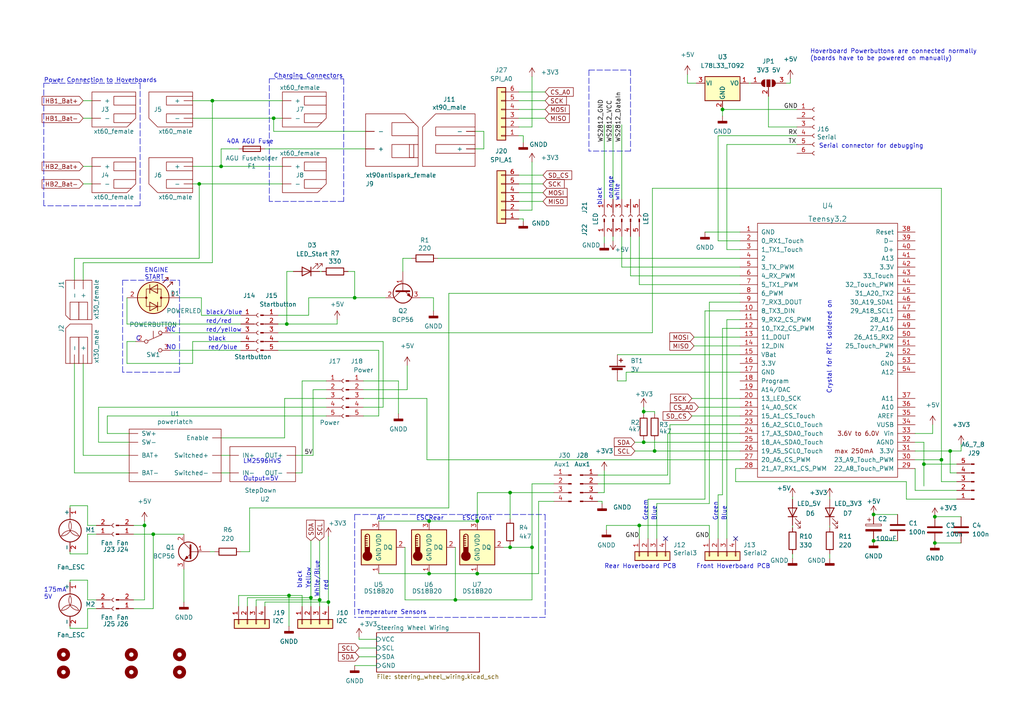
<source format=kicad_sch>
(kicad_sch (version 20211123) (generator eeschema)

  (uuid 00e38d63-5436-49db-81f5-697421f168fc)

  (paper "A4")

  

  (junction (at 57.785 53.34) (diameter 0) (color 0 0 0 0)
    (uuid 051b8cb0-ae77-4e09-98a7-bf2103319e66)
  )
  (junction (at 41.91 152.4) (diameter 0) (color 0 0 0 0)
    (uuid 08d3dd73-6f4c-4fc2-8e37-f281b85fe0d4)
  )
  (junction (at 92.71 173.99) (diameter 0) (color 0 0 0 0)
    (uuid 0b10b5dd-1068-4091-bac0-79652863a01e)
  )
  (junction (at 186.69 128.27) (diameter 0) (color 0 0 0 0)
    (uuid 0bb5c886-5f9c-4c29-83d9-f58a572fcd79)
  )
  (junction (at 79.375 34.29) (diameter 0) (color 0 0 0 0)
    (uuid 123968c6-74e7-4754-8c36-08ea08e42555)
  )
  (junction (at 44.45 154.94) (diameter 0) (color 0 0 0 0)
    (uuid 17f40a5c-3441-49ae-8b83-88ce922d0e3d)
  )
  (junction (at 138.43 166.37) (diameter 0) (color 0 0 0 0)
    (uuid 1dcbe33f-cc83-406d-a028-85a460c31bac)
  )
  (junction (at 83.185 93.98) (diameter 0) (color 0 0 0 0)
    (uuid 2235841a-9c52-451a-9616-b84a520feeb5)
  )
  (junction (at 124.46 151.13) (diameter 0) (color 0 0 0 0)
    (uuid 242321c3-d992-4644-83b0-153f6d6ae855)
  )
  (junction (at 273.05 133.35) (diameter 0) (color 0 0 0 0)
    (uuid 294c0b81-a58f-43d9-b3ff-58ec3e95d3c4)
  )
  (junction (at 154.305 158.75) (diameter 0) (color 0 0 0 0)
    (uuid 30ff234b-df3a-42aa-bb37-f6ff7d49aec5)
  )
  (junction (at 185.42 152.4) (diameter 0) (color 0 0 0 0)
    (uuid 38f3170a-b54c-4011-af49-381b27b9e9bb)
  )
  (junction (at 271.145 149.86) (diameter 0) (color 0 0 0 0)
    (uuid 3a3e70b1-2cc8-4a66-89cd-35460ef8a407)
  )
  (junction (at 186.69 119.38) (diameter 0) (color 0 0 0 0)
    (uuid 40412e4d-fa67-404b-8675-fb145207776f)
  )
  (junction (at 253.365 156.845) (diameter 0) (color 0 0 0 0)
    (uuid 5096b250-cff0-4068-b724-0f0e0414784d)
  )
  (junction (at 147.955 142.875) (diameter 0) (color 0 0 0 0)
    (uuid 51826272-e64e-4c84-9c7b-b0f63fbb4416)
  )
  (junction (at 132.08 173.99) (diameter 0) (color 0 0 0 0)
    (uuid 64b3d048-4b62-4ef4-8a26-25f8e11cab31)
  )
  (junction (at 83.82 172.72) (diameter 0) (color 0 0 0 0)
    (uuid 69403c96-f918-448f-9931-0f743ebdeac3)
  )
  (junction (at 147.955 158.75) (diameter 0) (color 0 0 0 0)
    (uuid 6bbe664c-afc8-4a26-beda-656dd9cea5b8)
  )
  (junction (at 138.43 151.13) (diameter 0) (color 0 0 0 0)
    (uuid 6fb4cb96-e032-467f-b1ab-7c739561664d)
  )
  (junction (at 275.59 130.81) (diameter 0) (color 0 0 0 0)
    (uuid 73e22f62-48fa-4032-ab99-c63ffdb6815b)
  )
  (junction (at 64.135 48.26) (diameter 0) (color 0 0 0 0)
    (uuid 79451892-db6b-4999-916d-6392174ee493)
  )
  (junction (at 189.865 130.81) (diameter 0) (color 0 0 0 0)
    (uuid 8704d76b-52f1-45a4-966f-1d07e731c198)
  )
  (junction (at 253.365 149.225) (diameter 0) (color 0 0 0 0)
    (uuid 88d9f69e-d0e5-4bba-b2dc-36fd356eba4e)
  )
  (junction (at 102.87 86.36) (diameter 0) (color 0 0 0 0)
    (uuid 8e0c5536-8f0c-41c4-a920-c1fe2d0aeb28)
  )
  (junction (at 209.55 31.75) (diameter 0) (color 0 0 0 0)
    (uuid 90b82718-91a8-42b9-8b5c-f55037401d9a)
  )
  (junction (at 271.145 157.48) (diameter 0) (color 0 0 0 0)
    (uuid 9f171a87-ffde-46b1-b9bd-87ba6a6c823d)
  )
  (junction (at 95.25 174.625) (diameter 0) (color 0 0 0 0)
    (uuid ae42da24-02f4-42e7-8f2c-3c1c04118f9b)
  )
  (junction (at 267.97 134.62) (diameter 0) (color 0 0 0 0)
    (uuid aecb7fd1-6e81-44d7-8a5d-03a5b93e1a9a)
  )
  (junction (at 90.17 173.355) (diameter 0) (color 0 0 0 0)
    (uuid e6bbf99a-2bfc-49bf-a0f1-56b03ff0b655)
  )
  (junction (at 124.46 166.37) (diameter 0) (color 0 0 0 0)
    (uuid efd22a7b-d2dc-4142-bf5e-6904cf5b3836)
  )
  (junction (at 61.595 29.21) (diameter 0) (color 0 0 0 0)
    (uuid fad4c712-0a2e-465d-a9f8-83d26bd66e37)
  )

  (no_connect (at 213.36 156.21) (uuid 57276367-9ce4-4738-88d7-6e8cb94c966c))
  (no_connect (at 193.04 156.21) (uuid 72b36951-3ec7-4569-9c88-cf9b4afe1cae))

  (wire (pts (xy 66.675 132.08) (xy 64.135 132.08))
    (stroke (width 0) (type default) (color 0 0 0 0))
    (uuid 009b5465-0a65-4237-93e7-eb65321eeb18)
  )
  (wire (pts (xy 275.59 130.81) (xy 278.765 130.81))
    (stroke (width 0) (type default) (color 0 0 0 0))
    (uuid 00ebed69-1ae8-4281-9dbb-78160329662c)
  )
  (wire (pts (xy 57.785 53.34) (xy 57.785 74.93))
    (stroke (width 0) (type default) (color 0 0 0 0))
    (uuid 02538207-54a8-4266-8d51-23871852b2ff)
  )
  (wire (pts (xy 271.145 157.48) (xy 278.765 157.48))
    (stroke (width 0) (type default) (color 0 0 0 0))
    (uuid 046aff1b-63dd-4fa2-ad6b-a0c87f57f7dd)
  )
  (wire (pts (xy 213.36 139.7) (xy 213.36 135.89))
    (stroke (width 0) (type default) (color 0 0 0 0))
    (uuid 048b98a1-7408-4bd3-ba48-56b856855483)
  )
  (wire (pts (xy 140.335 43.18) (xy 137.795 43.18))
    (stroke (width 0) (type default) (color 0 0 0 0))
    (uuid 04cf2f2c-74bf-400d-b4f6-201720df00ed)
  )
  (wire (pts (xy 64.135 43.18) (xy 64.135 48.26))
    (stroke (width 0) (type default) (color 0 0 0 0))
    (uuid 083becc8-e25d-4206-9636-55457650bbe3)
  )
  (polyline (pts (xy 102.87 149.225) (xy 102.87 179.07))
    (stroke (width 0) (type default) (color 0 0 0 0))
    (uuid 09e06fde-36b0-4ab7-b996-d98c02ce3f76)
  )

  (wire (pts (xy 150.495 39.37) (xy 151.765 39.37))
    (stroke (width 0) (type default) (color 0 0 0 0))
    (uuid 09ec5a1f-8168-4109-a329-ef099cef6d16)
  )
  (wire (pts (xy 83.82 172.72) (xy 69.215 172.72))
    (stroke (width 0) (type default) (color 0 0 0 0))
    (uuid 0a177102-b386-476a-bb78-cfa41e5981d4)
  )
  (wire (pts (xy 253.365 156.845) (xy 260.35 156.845))
    (stroke (width 0) (type default) (color 0 0 0 0))
    (uuid 0a265115-6c7a-45ab-97a3-c695e3ee67d2)
  )
  (polyline (pts (xy 12.7 59.69) (xy 12.7 24.13))
    (stroke (width 0) (type default) (color 0 0 0 0))
    (uuid 0b4c0f05-c855-4742-bad2-dbf645d5842b)
  )

  (wire (pts (xy 217.17 24.13) (xy 217.805 24.13))
    (stroke (width 0) (type default) (color 0 0 0 0))
    (uuid 0b759eb5-2b5d-497b-bde5-ba020c43a39d)
  )
  (wire (pts (xy 265.43 125.73) (xy 270.51 125.73))
    (stroke (width 0) (type default) (color 0 0 0 0))
    (uuid 0bf9b321-fb4d-49fd-9592-7ab5a99eb177)
  )
  (wire (pts (xy 90.17 156.845) (xy 90.17 173.355))
    (stroke (width 0) (type default) (color 0 0 0 0))
    (uuid 0cc9bf07-55b9-458f-b8aa-41b2f51fa940)
  )
  (wire (pts (xy 92.71 156.845) (xy 92.71 173.99))
    (stroke (width 0) (type default) (color 0 0 0 0))
    (uuid 0d5b0f48-7e11-42a1-aa49-31f1b69cb91d)
  )
  (wire (pts (xy 262.89 144.78) (xy 262.89 139.7))
    (stroke (width 0) (type default) (color 0 0 0 0))
    (uuid 0d8dc964-deb7-44e6-848e-a4828cd6ccf5)
  )
  (wire (pts (xy 104.14 184.785) (xy 104.14 185.42))
    (stroke (width 0) (type default) (color 0 0 0 0))
    (uuid 0e63d6bb-d12c-4df3-8055-bd1e0e6a149d)
  )
  (wire (pts (xy 150.495 31.75) (xy 158.115 31.75))
    (stroke (width 0) (type default) (color 0 0 0 0))
    (uuid 0e78b584-2869-48ac-b293-95bd208efc94)
  )
  (wire (pts (xy 189.865 119.38) (xy 189.865 120.015))
    (stroke (width 0) (type default) (color 0 0 0 0))
    (uuid 0e95aa78-7bed-4b26-ac12-dbebf9e2b680)
  )
  (wire (pts (xy 31.115 120.65) (xy 31.115 125.73))
    (stroke (width 0) (type default) (color 0 0 0 0))
    (uuid 0f6a1023-ed00-4bd6-afef-ff227538c5e3)
  )
  (wire (pts (xy 177.8 36.195) (xy 177.8 57.785))
    (stroke (width 0) (type default) (color 0 0 0 0))
    (uuid 11274c77-8dea-42af-9338-4bcf2f325c89)
  )
  (wire (pts (xy 82.55 127) (xy 82.55 115.57))
    (stroke (width 0) (type default) (color 0 0 0 0))
    (uuid 1136c54b-6feb-40f7-ae6a-0f9521f82981)
  )
  (wire (pts (xy 37.465 125.73) (xy 31.115 125.73))
    (stroke (width 0) (type default) (color 0 0 0 0))
    (uuid 1199146e-a60b-416a-b503-e77d6d2892f9)
  )
  (wire (pts (xy 21.59 137.16) (xy 21.59 105.41))
    (stroke (width 0) (type default) (color 0 0 0 0))
    (uuid 12a24e86-2c38-4685-bba9-fff8dddb4cb0)
  )
  (wire (pts (xy 26.67 53.34) (xy 24.13 53.34))
    (stroke (width 0) (type default) (color 0 0 0 0))
    (uuid 12c8f4c9-cb79-4390-b96c-a717c693de17)
  )
  (wire (pts (xy 24.13 48.26) (xy 26.67 48.26))
    (stroke (width 0) (type default) (color 0 0 0 0))
    (uuid 12f8e43c-8f83-48d3-a9b5-5f3ebc0b6c43)
  )
  (wire (pts (xy 186.69 118.11) (xy 186.69 119.38))
    (stroke (width 0) (type default) (color 0 0 0 0))
    (uuid 13519fa0-f319-4568-9da1-27e7fc596e16)
  )
  (wire (pts (xy 156.21 145.415) (xy 160.655 145.415))
    (stroke (width 0) (type default) (color 0 0 0 0))
    (uuid 13786dec-2489-4053-b561-88e4a3312eb2)
  )
  (wire (pts (xy 20.32 146.685) (xy 25.4 146.685))
    (stroke (width 0) (type default) (color 0 0 0 0))
    (uuid 1542b558-bfe7-4e44-b051-52e954f089c4)
  )
  (polyline (pts (xy 158.115 179.07) (xy 102.87 179.07))
    (stroke (width 0) (type default) (color 0 0 0 0))
    (uuid 1570d25c-8719-49ce-9fd6-6144a7fe414f)
  )

  (wire (pts (xy 265.43 130.81) (xy 275.59 130.81))
    (stroke (width 0) (type default) (color 0 0 0 0))
    (uuid 15f2b6d5-48c4-4f31-8b9d-7d2668e7fe00)
  )
  (wire (pts (xy 275.59 137.16) (xy 277.495 137.16))
    (stroke (width 0) (type default) (color 0 0 0 0))
    (uuid 16be875d-0110-4993-b777-e772726fe1e5)
  )
  (wire (pts (xy 209.55 95.25) (xy 209.55 143.51))
    (stroke (width 0) (type default) (color 0 0 0 0))
    (uuid 170a1464-a955-4bdc-927d-f8249fd0c04c)
  )
  (wire (pts (xy 61.595 29.21) (xy 61.595 76.2))
    (stroke (width 0) (type default) (color 0 0 0 0))
    (uuid 17ed3508-fa2e-4593-a799-bfd39a6cc14d)
  )
  (wire (pts (xy 127 74.93) (xy 214.63 74.93))
    (stroke (width 0) (type default) (color 0 0 0 0))
    (uuid 181e9518-7706-4189-a885-5e6e3aee3bb9)
  )
  (wire (pts (xy 83.185 93.98) (xy 83.185 78.74))
    (stroke (width 0) (type default) (color 0 0 0 0))
    (uuid 1df9a412-b56c-4e84-b38b-6a4bc05a97be)
  )
  (wire (pts (xy 38.735 173.99) (xy 41.91 173.99))
    (stroke (width 0) (type default) (color 0 0 0 0))
    (uuid 1e6a20ef-296c-4f96-9891-ff8455ce839d)
  )
  (wire (pts (xy 25.4 182.245) (xy 20.32 182.245))
    (stroke (width 0) (type default) (color 0 0 0 0))
    (uuid 1f97d1e3-c5f6-4344-9fb6-6c723b7697fa)
  )
  (polyline (pts (xy 52.07 81.28) (xy 52.07 107.95))
    (stroke (width 0) (type default) (color 0 0 0 0))
    (uuid 1fbb0219-551e-409b-a61b-76e8cebdfb9d)
  )

  (wire (pts (xy 185.42 82.55) (xy 214.63 82.55))
    (stroke (width 0) (type default) (color 0 0 0 0))
    (uuid 1fe5bc2b-0fca-4819-a520-4615dfab4d15)
  )
  (wire (pts (xy 154.305 140.335) (xy 154.305 158.75))
    (stroke (width 0) (type default) (color 0 0 0 0))
    (uuid 20c35e19-7499-4a32-968e-c106eec1aefe)
  )
  (wire (pts (xy 69.215 172.72) (xy 69.215 175.895))
    (stroke (width 0) (type default) (color 0 0 0 0))
    (uuid 25531609-ada1-438f-9524-2d6b2aacec2a)
  )
  (wire (pts (xy 20.32 168.275) (xy 25.4 168.275))
    (stroke (width 0) (type default) (color 0 0 0 0))
    (uuid 26301722-d82d-4669-b21f-04874a1fbca3)
  )
  (wire (pts (xy 229.87 144.145) (xy 229.87 144.78))
    (stroke (width 0) (type default) (color 0 0 0 0))
    (uuid 26a5e061-05bb-41a8-bc7a-df1564b11e90)
  )
  (wire (pts (xy 150.495 63.5) (xy 151.765 63.5))
    (stroke (width 0) (type default) (color 0 0 0 0))
    (uuid 2721b0da-8699-4bf1-80bb-1d6b9e717c61)
  )
  (wire (pts (xy 214.63 85.09) (xy 130.175 85.09))
    (stroke (width 0) (type default) (color 0 0 0 0))
    (uuid 2762442d-9432-4074-b79b-8eeab3eaf9a7)
  )
  (polyline (pts (xy 40.64 24.13) (xy 40.64 59.69))
    (stroke (width 0) (type default) (color 0 0 0 0))
    (uuid 282c8e53-3acc-42f0-a92a-6aa976b97a93)
  )

  (wire (pts (xy 137.795 38.1) (xy 140.335 38.1))
    (stroke (width 0) (type default) (color 0 0 0 0))
    (uuid 2878a73c-5447-4cd9-8194-14f52ab9459c)
  )
  (wire (pts (xy 89.535 86.36) (xy 102.87 86.36))
    (stroke (width 0) (type default) (color 0 0 0 0))
    (uuid 28e146f5-f85f-47b5-94b5-a67c33d23635)
  )
  (wire (pts (xy 154.305 36.83) (xy 150.495 36.83))
    (stroke (width 0) (type default) (color 0 0 0 0))
    (uuid 2ba9fb94-a1fa-486c-8933-fbe2803c354e)
  )
  (wire (pts (xy 109.855 166.37) (xy 124.46 166.37))
    (stroke (width 0) (type default) (color 0 0 0 0))
    (uuid 2c0237bf-a60c-4752-b240-a0ed4b05992b)
  )
  (wire (pts (xy 72.39 160.02) (xy 69.85 160.02))
    (stroke (width 0) (type default) (color 0 0 0 0))
    (uuid 2d84a257-2801-4282-83f8-8a08920949d3)
  )
  (wire (pts (xy 160.655 142.875) (xy 147.955 142.875))
    (stroke (width 0) (type default) (color 0 0 0 0))
    (uuid 2f50addc-928c-4435-b241-4bd66bfb0934)
  )
  (wire (pts (xy 55.88 99.06) (xy 55.88 105.41))
    (stroke (width 0) (type default) (color 0 0 0 0))
    (uuid 2fd044b6-377e-455f-89e0-f4f69a117f77)
  )
  (wire (pts (xy 154.305 22.225) (xy 154.305 36.83))
    (stroke (width 0) (type default) (color 0 0 0 0))
    (uuid 3017e6b7-2d49-4427-9dc1-83cc27ee24a4)
  )
  (wire (pts (xy 185.42 152.4) (xy 185.42 156.21))
    (stroke (width 0) (type default) (color 0 0 0 0))
    (uuid 30c33e3e-fb78-498d-bffe-76273d527004)
  )
  (wire (pts (xy 209.55 31.75) (xy 209.55 33.655))
    (stroke (width 0) (type default) (color 0 0 0 0))
    (uuid 322a7fce-26c4-4bb5-ba5a-1688f26585cf)
  )
  (wire (pts (xy 80.645 96.52) (xy 189.23 96.52))
    (stroke (width 0) (type default) (color 0 0 0 0))
    (uuid 32380bb4-3280-497e-9558-7a21f00e00dd)
  )
  (wire (pts (xy 185.42 68.58) (xy 185.42 82.55))
    (stroke (width 0) (type default) (color 0 0 0 0))
    (uuid 32551a79-b842-47a9-8e23-7783a840e131)
  )
  (wire (pts (xy 20.32 168.91) (xy 20.32 168.275))
    (stroke (width 0) (type default) (color 0 0 0 0))
    (uuid 33072d10-86aa-4a72-9898-01c2c9b5842e)
  )
  (wire (pts (xy 154.305 173.99) (xy 154.305 158.75))
    (stroke (width 0) (type default) (color 0 0 0 0))
    (uuid 33aa439f-8f27-4c20-8909-3dc70d367c43)
  )
  (wire (pts (xy 138.43 166.37) (xy 156.21 166.37))
    (stroke (width 0) (type default) (color 0 0 0 0))
    (uuid 33e2f234-7e68-4c90-b3d3-06c043b0935f)
  )
  (wire (pts (xy 27.94 176.53) (xy 25.4 176.53))
    (stroke (width 0) (type default) (color 0 0 0 0))
    (uuid 34e399b2-48be-42f9-842e-e3b66c7c06bb)
  )
  (wire (pts (xy 209.55 143.51) (xy 208.28 143.51))
    (stroke (width 0) (type default) (color 0 0 0 0))
    (uuid 34eb38bf-2fc7-4a28-893e-3d3609a85d23)
  )
  (wire (pts (xy 41.91 151.13) (xy 41.91 152.4))
    (stroke (width 0) (type default) (color 0 0 0 0))
    (uuid 35a7735a-ee25-458f-bb48-cd448dcda5d3)
  )
  (wire (pts (xy 57.785 53.34) (xy 81.915 53.34))
    (stroke (width 0) (type default) (color 0 0 0 0))
    (uuid 35c09d1f-2914-4d1e-a002-df30af772f3b)
  )
  (wire (pts (xy 24.13 76.2) (xy 24.13 81.28))
    (stroke (width 0) (type default) (color 0 0 0 0))
    (uuid 35ef9c4a-35f6-467b-a704-b1d9354880cf)
  )
  (wire (pts (xy 267.97 128.27) (xy 267.97 134.62))
    (stroke (width 0) (type default) (color 0 0 0 0))
    (uuid 3628add0-cc90-4ce6-bc0a-7b0499cb2a43)
  )
  (polyline (pts (xy 182.88 43.815) (xy 170.815 43.815))
    (stroke (width 0) (type default) (color 0 0 0 0))
    (uuid 374316c4-15a5-4072-bc2a-06291d270741)
  )

  (wire (pts (xy 25.4 154.94) (xy 25.4 160.655))
    (stroke (width 0) (type default) (color 0 0 0 0))
    (uuid 39ae077c-5133-4896-9953-71244e980cb5)
  )
  (wire (pts (xy 123.825 115.57) (xy 123.825 133.35))
    (stroke (width 0) (type default) (color 0 0 0 0))
    (uuid 39d7e422-7f67-4268-a2ed-2db52be51cae)
  )
  (wire (pts (xy 160.655 140.335) (xy 154.305 140.335))
    (stroke (width 0) (type default) (color 0 0 0 0))
    (uuid 3aa28a58-d2d7-4f0a-91cb-81d577d309f4)
  )
  (wire (pts (xy 38.735 154.94) (xy 44.45 154.94))
    (stroke (width 0) (type default) (color 0 0 0 0))
    (uuid 3bc3df81-b30e-4a41-a38c-bca401c1fdb4)
  )
  (wire (pts (xy 150.495 53.34) (xy 157.48 53.34))
    (stroke (width 0) (type default) (color 0 0 0 0))
    (uuid 3bce23fc-cdab-4616-8963-9c1f94f76e8b)
  )
  (wire (pts (xy 94.615 120.65) (xy 31.115 120.65))
    (stroke (width 0) (type default) (color 0 0 0 0))
    (uuid 3bdb6e74-df98-4382-9a1e-8b7b42de8b63)
  )
  (wire (pts (xy 150.495 55.88) (xy 157.48 55.88))
    (stroke (width 0) (type default) (color 0 0 0 0))
    (uuid 3be16d8f-c504-4be9-bb1b-a581c1c2e941)
  )
  (wire (pts (xy 199.39 24.13) (xy 199.39 21.59))
    (stroke (width 0) (type default) (color 0 0 0 0))
    (uuid 3cd14580-9b18-43b9-b012-256b77a63300)
  )
  (wire (pts (xy 24.13 132.08) (xy 37.465 132.08))
    (stroke (width 0) (type default) (color 0 0 0 0))
    (uuid 3e0392c0-affc-4114-9de5-1f1cfe79418a)
  )
  (wire (pts (xy 262.89 139.7) (xy 213.36 139.7))
    (stroke (width 0) (type default) (color 0 0 0 0))
    (uuid 3e2959fb-f853-45ab-a70d-cefa40ed4a13)
  )
  (wire (pts (xy 76.835 43.18) (xy 106.045 43.18))
    (stroke (width 0) (type default) (color 0 0 0 0))
    (uuid 3e3d55c8-e0ea-48fb-8421-a84b7cb7055b)
  )
  (wire (pts (xy 104.14 185.42) (xy 109.22 185.42))
    (stroke (width 0) (type default) (color 0 0 0 0))
    (uuid 3e585ce6-ffe4-401c-995c-ba0fb6462563)
  )
  (wire (pts (xy 61.595 29.21) (xy 81.915 29.21))
    (stroke (width 0) (type default) (color 0 0 0 0))
    (uuid 422b10b9-e829-44a2-8808-05edd8cb3050)
  )
  (wire (pts (xy 92.71 173.99) (xy 74.295 173.99))
    (stroke (width 0) (type default) (color 0 0 0 0))
    (uuid 4254ab22-9d9b-4884-a1f8-0bb4242f8894)
  )
  (wire (pts (xy 270.51 125.73) (xy 270.51 123.19))
    (stroke (width 0) (type default) (color 0 0 0 0))
    (uuid 44a31d09-65ce-45e2-98f9-0649161b54b4)
  )
  (wire (pts (xy 214.63 77.47) (xy 180.34 77.47))
    (stroke (width 0) (type default) (color 0 0 0 0))
    (uuid 44dee830-40ed-4a00-8c4e-ba626f32dc1e)
  )
  (wire (pts (xy 25.4 168.275) (xy 25.4 173.99))
    (stroke (width 0) (type default) (color 0 0 0 0))
    (uuid 46fa1be4-d517-4eaf-a68b-dce661fc076c)
  )
  (wire (pts (xy 278.765 130.81) (xy 278.765 128.905))
    (stroke (width 0) (type default) (color 0 0 0 0))
    (uuid 474c69f2-d47e-44b5-9fe8-4f70b718e8d8)
  )
  (wire (pts (xy 79.375 38.1) (xy 79.375 34.29))
    (stroke (width 0) (type default) (color 0 0 0 0))
    (uuid 475ed8b3-90bf-48cd-bce5-d8f48b689541)
  )
  (wire (pts (xy 240.665 152.4) (xy 240.665 153.035))
    (stroke (width 0) (type default) (color 0 0 0 0))
    (uuid 489dbc75-626f-4f7d-a79e-4718b12503a5)
  )
  (polyline (pts (xy 102.87 149.225) (xy 158.115 149.225))
    (stroke (width 0) (type default) (color 0 0 0 0))
    (uuid 48e63767-c45b-4543-b818-8f00f0600bf9)
  )

  (wire (pts (xy 205.74 146.05) (xy 205.74 87.63))
    (stroke (width 0) (type default) (color 0 0 0 0))
    (uuid 49df14a4-9231-4e0c-8be6-325780f5026d)
  )
  (wire (pts (xy 253.365 149.225) (xy 260.35 149.225))
    (stroke (width 0) (type default) (color 0 0 0 0))
    (uuid 49efe05d-ee93-4a15-b852-734325ebf0af)
  )
  (wire (pts (xy 89.535 91.44) (xy 89.535 86.36))
    (stroke (width 0) (type default) (color 0 0 0 0))
    (uuid 4abd83b2-2075-4fec-a627-5a1558b56d3f)
  )
  (wire (pts (xy 190.5 156.21) (xy 190.5 146.05))
    (stroke (width 0) (type default) (color 0 0 0 0))
    (uuid 4c843bdb-6c9e-40dd-85e2-0567846e18ba)
  )
  (wire (pts (xy 175.26 136.525) (xy 175.26 142.875))
    (stroke (width 0) (type default) (color 0 0 0 0))
    (uuid 4cd66851-08f4-4acb-9fff-9781de2b31d6)
  )
  (wire (pts (xy 123.825 133.35) (xy 214.63 133.35))
    (stroke (width 0) (type default) (color 0 0 0 0))
    (uuid 4d35d179-1fe5-442a-89de-d0579ca2bbc5)
  )
  (wire (pts (xy 105.41 115.57) (xy 123.825 115.57))
    (stroke (width 0) (type default) (color 0 0 0 0))
    (uuid 4dbb109d-2431-40ac-8260-8df88fdef5cd)
  )
  (wire (pts (xy 138.43 142.875) (xy 138.43 151.13))
    (stroke (width 0) (type default) (color 0 0 0 0))
    (uuid 4f7c7ee0-aecc-4a3e-93eb-625bf8325b8f)
  )
  (wire (pts (xy 184.15 128.27) (xy 186.69 128.27))
    (stroke (width 0) (type default) (color 0 0 0 0))
    (uuid 4fdf05e9-f289-448e-914a-b6881900d6c1)
  )
  (wire (pts (xy 275.59 130.81) (xy 275.59 137.16))
    (stroke (width 0) (type default) (color 0 0 0 0))
    (uuid 501f712e-3fe5-40e9-8641-58b732b1882d)
  )
  (wire (pts (xy 83.185 93.98) (xy 97.79 93.98))
    (stroke (width 0) (type default) (color 0 0 0 0))
    (uuid 50208326-4c3d-4fc0-b1bc-7c7f78e47333)
  )
  (wire (pts (xy 90.17 173.355) (xy 90.17 175.895))
    (stroke (width 0) (type default) (color 0 0 0 0))
    (uuid 50511df0-cbe7-4439-9e9c-f26e04b637db)
  )
  (wire (pts (xy 189.23 54.61) (xy 189.23 96.52))
    (stroke (width 0) (type default) (color 0 0 0 0))
    (uuid 51909adb-2e51-4572-af12-85a12663ac96)
  )
  (wire (pts (xy 193.675 125.73) (xy 214.63 125.73))
    (stroke (width 0) (type default) (color 0 0 0 0))
    (uuid 530ea4c9-0761-4c55-b00d-e28a9768a955)
  )
  (wire (pts (xy 36.83 93.98) (xy 36.83 86.36))
    (stroke (width 0) (type default) (color 0 0 0 0))
    (uuid 53e34696-241f-47e5-a477-f469335c8a61)
  )
  (wire (pts (xy 58.42 91.44) (xy 69.85 91.44))
    (stroke (width 0) (type default) (color 0 0 0 0))
    (uuid 547eeec1-a95c-431b-95a4-2ff936d52170)
  )
  (wire (pts (xy 119.38 74.93) (xy 116.84 74.93))
    (stroke (width 0) (type default) (color 0 0 0 0))
    (uuid 54dfed87-fbe5-47ab-b620-2d6ba5ea0bcb)
  )
  (wire (pts (xy 147.955 142.875) (xy 147.955 150.495))
    (stroke (width 0) (type default) (color 0 0 0 0))
    (uuid 55612800-7186-4844-8635-2f2dadf3eaf1)
  )
  (wire (pts (xy 87.63 172.72) (xy 83.82 172.72))
    (stroke (width 0) (type default) (color 0 0 0 0))
    (uuid 55c7ef39-b251-4a11-94d4-60a109929c6f)
  )
  (wire (pts (xy 105.41 118.11) (xy 111.125 118.11))
    (stroke (width 0) (type default) (color 0 0 0 0))
    (uuid 56e486f5-556e-4d8e-a75a-487ed98d2e59)
  )
  (wire (pts (xy 147.955 158.75) (xy 147.955 158.115))
    (stroke (width 0) (type default) (color 0 0 0 0))
    (uuid 58c209f0-2b9e-4f7d-aa27-5cf3bc9ef328)
  )
  (wire (pts (xy 205.74 152.4) (xy 205.74 156.21))
    (stroke (width 0) (type default) (color 0 0 0 0))
    (uuid 58d71c09-ba53-43d7-9fc9-7054806963d2)
  )
  (wire (pts (xy 177.8 68.58) (xy 177.8 69.85))
    (stroke (width 0) (type default) (color 0 0 0 0))
    (uuid 58dfd4b5-1213-4f4d-8f38-79c6f352f825)
  )
  (wire (pts (xy 36.83 99.06) (xy 36.83 105.41))
    (stroke (width 0) (type default) (color 0 0 0 0))
    (uuid 58e8a243-dbf1-46ec-a9ca-62db6c046a4b)
  )
  (polyline (pts (xy 182.88 20.32) (xy 182.88 43.815))
    (stroke (width 0) (type default) (color 0 0 0 0))
    (uuid 59066bb7-c104-449a-a331-bd2de5193eeb)
  )

  (wire (pts (xy 94.615 118.11) (xy 28.575 118.11))
    (stroke (width 0) (type default) (color 0 0 0 0))
    (uuid 5a040418-8644-4cf8-9de0-ba3624649e9e)
  )
  (wire (pts (xy 116.84 74.93) (xy 116.84 78.74))
    (stroke (width 0) (type default) (color 0 0 0 0))
    (uuid 5a1c01fb-cf82-4e17-9a62-00e0a3adba47)
  )
  (wire (pts (xy 182.88 68.58) (xy 182.88 80.01))
    (stroke (width 0) (type default) (color 0 0 0 0))
    (uuid 5ae7ec9d-f872-4d2d-a4c4-ccac7b92dc87)
  )
  (wire (pts (xy 94.615 113.03) (xy 90.805 113.03))
    (stroke (width 0) (type default) (color 0 0 0 0))
    (uuid 5b15d041-2d51-4c90-8164-397806011835)
  )
  (wire (pts (xy 95.25 174.625) (xy 95.25 175.895))
    (stroke (width 0) (type default) (color 0 0 0 0))
    (uuid 5c3c20ac-7d6a-4a6a-8d79-b176608d957f)
  )
  (wire (pts (xy 146.05 158.75) (xy 147.955 158.75))
    (stroke (width 0) (type default) (color 0 0 0 0))
    (uuid 5d0d6a13-8484-4646-bacd-2fbc9cb5413d)
  )
  (wire (pts (xy 76.835 175.895) (xy 76.835 174.625))
    (stroke (width 0) (type default) (color 0 0 0 0))
    (uuid 5dba2df1-c0a7-451c-ad63-7260d7b1f5a8)
  )
  (wire (pts (xy 55.88 29.21) (xy 61.595 29.21))
    (stroke (width 0) (type default) (color 0 0 0 0))
    (uuid 5f312b85-6822-40a3-b417-2df49696ca2d)
  )
  (wire (pts (xy 24.13 29.21) (xy 26.67 29.21))
    (stroke (width 0) (type default) (color 0 0 0 0))
    (uuid 5f38bdb2-3657-474e-8e86-d6bb0b298110)
  )
  (wire (pts (xy 117.475 173.99) (xy 132.08 173.99))
    (stroke (width 0) (type default) (color 0 0 0 0))
    (uuid 5fffc123-8d12-4fe8-9d11-1182bb078146)
  )
  (wire (pts (xy 74.295 173.99) (xy 74.295 175.895))
    (stroke (width 0) (type default) (color 0 0 0 0))
    (uuid 6064ea35-013e-4b86-a6c4-39586d23a64c)
  )
  (wire (pts (xy 209.55 31.75) (xy 231.14 31.75))
    (stroke (width 0) (type default) (color 0 0 0 0))
    (uuid 6202b522-e646-49af-83e4-b5d7844d80bd)
  )
  (wire (pts (xy 25.4 146.685) (xy 25.4 152.4))
    (stroke (width 0) (type default) (color 0 0 0 0))
    (uuid 62880b37-7f4d-4027-be35-87ea11b9bfce)
  )
  (wire (pts (xy 115.57 120.015) (xy 115.57 110.49))
    (stroke (width 0) (type default) (color 0 0 0 0))
    (uuid 62a6d334-f451-48c1-bbb3-2e2aacab4352)
  )
  (wire (pts (xy 194.31 123.19) (xy 214.63 123.19))
    (stroke (width 0) (type default) (color 0 0 0 0))
    (uuid 62bfa5ee-896d-42a1-8a5e-5e1301811401)
  )
  (wire (pts (xy 25.4 173.99) (xy 27.94 173.99))
    (stroke (width 0) (type default) (color 0 0 0 0))
    (uuid 62c26a31-4bf5-4a49-846e-2a9deae7bdd9)
  )
  (wire (pts (xy 208.28 69.85) (xy 208.28 39.37))
    (stroke (width 0) (type default) (color 0 0 0 0))
    (uuid 63884a0c-3153-4b16-b576-b3d0570549ad)
  )
  (wire (pts (xy 130.175 85.09) (xy 130.175 147.32))
    (stroke (width 0) (type default) (color 0 0 0 0))
    (uuid 649506bc-e737-4d40-826c-c9ae6cf7999f)
  )
  (wire (pts (xy 204.47 90.17) (xy 204.47 144.78))
    (stroke (width 0) (type default) (color 0 0 0 0))
    (uuid 64a82c13-23a0-425e-9d2f-c51801b5f76e)
  )
  (wire (pts (xy 277.495 144.78) (xy 262.89 144.78))
    (stroke (width 0) (type default) (color 0 0 0 0))
    (uuid 64da2e4a-a726-4ff0-ba50-b173e8b39877)
  )
  (wire (pts (xy 37.465 137.16) (xy 21.59 137.16))
    (stroke (width 0) (type default) (color 0 0 0 0))
    (uuid 6513181c-0a6a-4560-9a18-17450c36ae2a)
  )
  (wire (pts (xy 38.735 176.53) (xy 44.45 176.53))
    (stroke (width 0) (type default) (color 0 0 0 0))
    (uuid 655a4dd6-df89-48f2-a803-643990d058bd)
  )
  (wire (pts (xy 208.28 39.37) (xy 231.14 39.37))
    (stroke (width 0) (type default) (color 0 0 0 0))
    (uuid 65b9a046-bb8f-42cd-b846-d3362b0ef51f)
  )
  (wire (pts (xy 83.185 78.74) (xy 85.09 78.74))
    (stroke (width 0) (type default) (color 0 0 0 0))
    (uuid 663cc588-2ea2-4d16-b91f-ff54db2ba726)
  )
  (wire (pts (xy 175.895 152.4) (xy 185.42 152.4))
    (stroke (width 0) (type default) (color 0 0 0 0))
    (uuid 68422ffc-83e4-42e5-b1dc-f3b10be98daf)
  )
  (polyline (pts (xy 170.815 20.32) (xy 182.88 20.32))
    (stroke (width 0) (type default) (color 0 0 0 0))
    (uuid 6994715a-fbff-431c-b736-e87cb0a095c3)
  )

  (wire (pts (xy 202.565 118.11) (xy 214.63 118.11))
    (stroke (width 0) (type default) (color 0 0 0 0))
    (uuid 6b341153-e6a9-446e-a41f-f0b6803ef98d)
  )
  (wire (pts (xy 151.765 39.37) (xy 151.765 41.275))
    (stroke (width 0) (type default) (color 0 0 0 0))
    (uuid 6bb2c937-e8ff-43d0-9b06-456594eb25e9)
  )
  (wire (pts (xy 36.83 99.06) (xy 39.37 99.06))
    (stroke (width 0) (type default) (color 0 0 0 0))
    (uuid 6bd115d6-07e0-45db-8f2e-3cbb0429104f)
  )
  (wire (pts (xy 125.73 86.36) (xy 125.73 90.17))
    (stroke (width 0) (type default) (color 0 0 0 0))
    (uuid 6cb93665-0bcd-4104-8633-fffd1811eee0)
  )
  (wire (pts (xy 204.47 67.31) (xy 214.63 67.31))
    (stroke (width 0) (type default) (color 0 0 0 0))
    (uuid 6d660d44-2237-493b-a881-7e0ebb385c2c)
  )
  (wire (pts (xy 115.57 110.49) (xy 105.41 110.49))
    (stroke (width 0) (type default) (color 0 0 0 0))
    (uuid 6fb78646-375d-4e04-bdf3-192bdf9fa3e4)
  )
  (wire (pts (xy 214.63 90.17) (xy 204.47 90.17))
    (stroke (width 0) (type default) (color 0 0 0 0))
    (uuid 6fe0cc28-1be0-4954-b1df-068cf34b34b8)
  )
  (wire (pts (xy 187.96 156.21) (xy 187.96 144.78))
    (stroke (width 0) (type default) (color 0 0 0 0))
    (uuid 6ffdf05e-e119-49f9-85e9-13e4901df42a)
  )
  (wire (pts (xy 20.32 160.655) (xy 20.32 160.02))
    (stroke (width 0) (type default) (color 0 0 0 0))
    (uuid 707520b4-cacf-45dc-bb64-b15608f9208f)
  )
  (wire (pts (xy 38.735 152.4) (xy 41.91 152.4))
    (stroke (width 0) (type default) (color 0 0 0 0))
    (uuid 716ce140-e601-44e8-935e-856b42be6077)
  )
  (wire (pts (xy 186.69 119.38) (xy 189.865 119.38))
    (stroke (width 0) (type default) (color 0 0 0 0))
    (uuid 719e9152-e8ec-4038-bff3-e10dc6873da6)
  )
  (wire (pts (xy 69.215 43.18) (xy 64.135 43.18))
    (stroke (width 0) (type default) (color 0 0 0 0))
    (uuid 725cdf26-4b92-46db-bca9-10d930002dda)
  )
  (wire (pts (xy 80.645 101.6) (xy 109.855 101.6))
    (stroke (width 0) (type default) (color 0 0 0 0))
    (uuid 72c5b5dc-7d0c-4e1d-aa45-7f2d6eeb3e27)
  )
  (wire (pts (xy 117.475 158.75) (xy 117.475 173.99))
    (stroke (width 0) (type default) (color 0 0 0 0))
    (uuid 743de486-ba09-4c49-9dff-9a92fef55316)
  )
  (wire (pts (xy 189.865 130.81) (xy 214.63 130.81))
    (stroke (width 0) (type default) (color 0 0 0 0))
    (uuid 7468e343-8d98-49cd-b0f3-87e6dfd3c57b)
  )
  (wire (pts (xy 273.05 139.7) (xy 273.05 133.35))
    (stroke (width 0) (type default) (color 0 0 0 0))
    (uuid 751655c2-941f-4109-8347-98c9fd930f4e)
  )
  (wire (pts (xy 132.08 158.75) (xy 132.08 173.99))
    (stroke (width 0) (type default) (color 0 0 0 0))
    (uuid 76dfc600-0790-43a0-9bc4-d0e98f5de9c1)
  )
  (wire (pts (xy 20.32 160.655) (xy 25.4 160.655))
    (stroke (width 0) (type default) (color 0 0 0 0))
    (uuid 782ab777-440f-4045-a4c0-f73ddee70716)
  )
  (wire (pts (xy 118.11 113.03) (xy 105.41 113.03))
    (stroke (width 0) (type default) (color 0 0 0 0))
    (uuid 78fc26a2-c6aa-4020-b71c-d7cbb33d50cf)
  )
  (wire (pts (xy 64.135 48.26) (xy 81.915 48.26))
    (stroke (width 0) (type default) (color 0 0 0 0))
    (uuid 7acd513a-187b-4936-9f93-2e521ce33ad5)
  )
  (polyline (pts (xy 52.07 107.95) (xy 35.56 107.95))
    (stroke (width 0) (type default) (color 0 0 0 0))
    (uuid 7bfba61b-6752-4a45-9ee6-5984dcb15041)
  )

  (wire (pts (xy 82.55 115.57) (xy 94.615 115.57))
    (stroke (width 0) (type default) (color 0 0 0 0))
    (uuid 7dfa12dd-0cd0-4759-964c-4ba3aef8bb58)
  )
  (wire (pts (xy 175.26 68.58) (xy 175.26 70.485))
    (stroke (width 0) (type default) (color 0 0 0 0))
    (uuid 7f1579b0-7b58-4eea-a427-d38d2582d3aa)
  )
  (wire (pts (xy 60.96 160.02) (xy 62.23 160.02))
    (stroke (width 0) (type default) (color 0 0 0 0))
    (uuid 7f664a3c-9748-45a7-a189-4712ada62fe7)
  )
  (wire (pts (xy 174.625 145.415) (xy 174.625 146.05))
    (stroke (width 0) (type default) (color 0 0 0 0))
    (uuid 805ad2cb-4a29-45da-a322-1f9825134f56)
  )
  (wire (pts (xy 271.145 149.86) (xy 278.765 149.86))
    (stroke (width 0) (type default) (color 0 0 0 0))
    (uuid 80d27706-07bd-45c6-badc-c478b2600e5a)
  )
  (wire (pts (xy 265.43 133.35) (xy 273.05 133.35))
    (stroke (width 0) (type default) (color 0 0 0 0))
    (uuid 81d962a1-f4fc-43bc-9dbe-9b5a35c18019)
  )
  (wire (pts (xy 90.805 113.03) (xy 90.805 132.08))
    (stroke (width 0) (type default) (color 0 0 0 0))
    (uuid 823c34d4-e27b-470a-9b98-977c836aa764)
  )
  (wire (pts (xy 267.97 134.62) (xy 277.495 134.62))
    (stroke (width 0) (type default) (color 0 0 0 0))
    (uuid 83ba1d10-74c9-483a-be53-0628a98c4613)
  )
  (polyline (pts (xy 40.64 59.69) (xy 12.7 59.69))
    (stroke (width 0) (type default) (color 0 0 0 0))
    (uuid 83c5181e-f5ee-453c-ae5c-d7256ba8837d)
  )

  (wire (pts (xy 173.355 140.335) (xy 194.31 140.335))
    (stroke (width 0) (type default) (color 0 0 0 0))
    (uuid 85827b25-c667-4d1b-8921-52bdc5430650)
  )
  (wire (pts (xy 53.34 165.1) (xy 53.34 174.625))
    (stroke (width 0) (type default) (color 0 0 0 0))
    (uuid 885d043f-b4c9-4eb2-820d-d417cb4bc866)
  )
  (polyline (pts (xy 78.105 22.86) (xy 99.695 22.86))
    (stroke (width 0) (type default) (color 0 0 0 0))
    (uuid 888fd7cb-2fc6-480c-bcfa-0b71303087d3)
  )

  (wire (pts (xy 71.755 173.355) (xy 90.17 173.355))
    (stroke (width 0) (type default) (color 0 0 0 0))
    (uuid 89607785-50a6-412e-9773-1e085f5b77fa)
  )
  (wire (pts (xy 102.87 193.04) (xy 109.22 193.04))
    (stroke (width 0) (type default) (color 0 0 0 0))
    (uuid 8a5a4224-67f5-444c-8104-642607838e71)
  )
  (wire (pts (xy 36.83 93.98) (xy 69.85 93.98))
    (stroke (width 0) (type default) (color 0 0 0 0))
    (uuid 8aeae536-fd36-430e-be47-1a856eced2fc)
  )
  (wire (pts (xy 87.63 110.49) (xy 94.615 110.49))
    (stroke (width 0) (type default) (color 0 0 0 0))
    (uuid 8b61a8d2-0056-4f41-829d-4d87fa944b28)
  )
  (wire (pts (xy 28.575 118.11) (xy 28.575 128.27))
    (stroke (width 0) (type default) (color 0 0 0 0))
    (uuid 8b99dc7a-2e02-445b-a6cf-b55663646f65)
  )
  (wire (pts (xy 20.32 182.245) (xy 20.32 181.61))
    (stroke (width 0) (type default) (color 0 0 0 0))
    (uuid 8ba5a9f6-538a-40bf-9f77-39b12aa2f0db)
  )
  (wire (pts (xy 181.61 110.49) (xy 179.07 110.49))
    (stroke (width 0) (type default) (color 0 0 0 0))
    (uuid 8cb3cff4-5ab5-48e7-bf9f-51e859cf7f20)
  )
  (wire (pts (xy 71.755 175.895) (xy 71.755 173.355))
    (stroke (width 0) (type default) (color 0 0 0 0))
    (uuid 8d023456-8ad9-4f7e-897d-e73ffdb4933e)
  )
  (wire (pts (xy 55.88 48.26) (xy 64.135 48.26))
    (stroke (width 0) (type default) (color 0 0 0 0))
    (uuid 8e295ed4-82cb-4d9f-8888-7ad2dd4d5129)
  )
  (wire (pts (xy 222.885 27.94) (xy 222.885 36.83))
    (stroke (width 0) (type default) (color 0 0 0 0))
    (uuid 90e4b67e-0a6e-42bc-93bf-45939b80c9b6)
  )
  (wire (pts (xy 124.46 166.37) (xy 138.43 166.37))
    (stroke (width 0) (type default) (color 0 0 0 0))
    (uuid 934617ba-f1d2-4fc0-b39f-da9adea05461)
  )
  (wire (pts (xy 118.11 106.045) (xy 118.11 113.03))
    (stroke (width 0) (type default) (color 0 0 0 0))
    (uuid 940380cb-8cf9-45b8-b600-7d8ce8a785d6)
  )
  (wire (pts (xy 140.335 38.1) (xy 140.335 43.18))
    (stroke (width 0) (type default) (color 0 0 0 0))
    (uuid 955cc99e-a129-42cf-abc7-aa99813fdb5f)
  )
  (wire (pts (xy 240.665 160.655) (xy 240.665 161.925))
    (stroke (width 0) (type default) (color 0 0 0 0))
    (uuid 957e24b2-957a-4613-8205-73cc52b7059b)
  )
  (wire (pts (xy 229.235 22.86) (xy 229.235 24.13))
    (stroke (width 0) (type default) (color 0 0 0 0))
    (uuid 95e06b65-459a-4ab7-a258-2019fd7c750c)
  )
  (wire (pts (xy 180.34 57.785) (xy 180.34 36.195))
    (stroke (width 0) (type default) (color 0 0 0 0))
    (uuid 962cc689-6c3f-4789-be43-adc84250ba02)
  )
  (wire (pts (xy 150.495 60.96) (xy 154.305 60.96))
    (stroke (width 0) (type default) (color 0 0 0 0))
    (uuid 96b1672c-107c-4f66-9cdb-f0ef0147a931)
  )
  (wire (pts (xy 55.88 99.06) (xy 69.85 99.06))
    (stroke (width 0) (type default) (color 0 0 0 0))
    (uuid 973c2694-75a7-49b1-b02c-677cd56f102c)
  )
  (wire (pts (xy 21.59 74.93) (xy 57.785 74.93))
    (stroke (width 0) (type default) (color 0 0 0 0))
    (uuid 974c48bf-534e-4335-98e1-b0426c783e99)
  )
  (wire (pts (xy 201.295 97.79) (xy 214.63 97.79))
    (stroke (width 0) (type default) (color 0 0 0 0))
    (uuid 97b85742-d338-4986-b5da-fb7c945b794b)
  )
  (wire (pts (xy 181.61 107.95) (xy 181.61 110.49))
    (stroke (width 0) (type default) (color 0 0 0 0))
    (uuid 983222ce-bc82-4fbc-a4be-4b8a3f9905a5)
  )
  (wire (pts (xy 64.135 127) (xy 82.55 127))
    (stroke (width 0) (type default) (color 0 0 0 0))
    (uuid 98b00c9d-9188-4bce-aa70-92d12dd9cf82)
  )
  (wire (pts (xy 104.14 187.96) (xy 109.22 187.96))
    (stroke (width 0) (type default) (color 0 0 0 0))
    (uuid 98c9f3be-ac61-41f9-8638-0273964c52ba)
  )
  (wire (pts (xy 55.88 53.34) (xy 57.785 53.34))
    (stroke (width 0) (type default) (color 0 0 0 0))
    (uuid 99186658-0361-40ba-ae93-62f23c5622e6)
  )
  (polyline (pts (xy 35.56 81.28) (xy 52.07 81.28))
    (stroke (width 0) (type default) (color 0 0 0 0))
    (uuid 99332785-d9f1-4363-9377-26ddc18e6d2c)
  )

  (wire (pts (xy 204.47 144.78) (xy 187.96 144.78))
    (stroke (width 0) (type default) (color 0 0 0 0))
    (uuid 99837fd0-a0a4-4343-8445-986091adde32)
  )
  (wire (pts (xy 97.79 93.98) (xy 97.79 92.71))
    (stroke (width 0) (type default) (color 0 0 0 0))
    (uuid 9992e006-0501-402a-9275-a5a0d8af71f1)
  )
  (polyline (pts (xy 35.56 107.95) (xy 35.56 81.28))
    (stroke (width 0) (type default) (color 0 0 0 0))
    (uuid 99dfa524-0366-4808-b4e8-328fc38e8656)
  )

  (wire (pts (xy 190.5 146.05) (xy 205.74 146.05))
    (stroke (width 0) (type default) (color 0 0 0 0))
    (uuid 9a970ac1-63cf-40d6-bc9a-be6411b01438)
  )
  (wire (pts (xy 179.07 102.87) (xy 214.63 102.87))
    (stroke (width 0) (type default) (color 0 0 0 0))
    (uuid 9d671c06-86f9-4e89-a7da-6f87b0b7d806)
  )
  (wire (pts (xy 20.32 147.32) (xy 20.32 146.685))
    (stroke (width 0) (type default) (color 0 0 0 0))
    (uuid 9ed2e82a-459f-49e0-a3a3-7e6e749f942c)
  )
  (wire (pts (xy 72.39 147.32) (xy 72.39 160.02))
    (stroke (width 0) (type default) (color 0 0 0 0))
    (uuid a1d929f8-3a0d-4870-a15e-1c1a86c261e8)
  )
  (wire (pts (xy 214.63 80.01) (xy 182.88 80.01))
    (stroke (width 0) (type default) (color 0 0 0 0))
    (uuid a2ce8f9b-adf1-448a-bac0-2619d7ebe60c)
  )
  (wire (pts (xy 277.495 139.7) (xy 273.05 139.7))
    (stroke (width 0) (type default) (color 0 0 0 0))
    (uuid a750b54f-ce9a-4e25-81d4-783e53359803)
  )
  (polyline (pts (xy 99.695 22.86) (xy 99.695 58.42))
    (stroke (width 0) (type default) (color 0 0 0 0))
    (uuid a92f3b72-ed6d-4d99-9da6-35771bec3c77)
  )

  (wire (pts (xy 76.835 174.625) (xy 95.25 174.625))
    (stroke (width 0) (type default) (color 0 0 0 0))
    (uuid a9ca165e-67b7-4a4f-a54c-ac2675edd3b2)
  )
  (wire (pts (xy 66.675 137.16) (xy 64.135 137.16))
    (stroke (width 0) (type default) (color 0 0 0 0))
    (uuid aa130053-a451-4f12-97f7-3d4d891a5f83)
  )
  (polyline (pts (xy 99.695 58.42) (xy 78.105 58.42))
    (stroke (width 0) (type default) (color 0 0 0 0))
    (uuid aa1c6f47-cbd4-4cbd-8265-e5ac08b7ffc8)
  )

  (wire (pts (xy 200.66 120.65) (xy 214.63 120.65))
    (stroke (width 0) (type default) (color 0 0 0 0))
    (uuid aa2eacdf-1a2e-4d23-b912-06ac5f7ded68)
  )
  (wire (pts (xy 150.495 26.67) (xy 158.115 26.67))
    (stroke (width 0) (type default) (color 0 0 0 0))
    (uuid ab0f8664-d5a3-4b53-8cc3-378b631c9ad2)
  )
  (wire (pts (xy 44.45 176.53) (xy 44.45 154.94))
    (stroke (width 0) (type default) (color 0 0 0 0))
    (uuid ab9204f6-3305-4fe4-b4ac-f575a6713586)
  )
  (wire (pts (xy 28.575 128.27) (xy 37.465 128.27))
    (stroke (width 0) (type default) (color 0 0 0 0))
    (uuid adefd5fd-1346-4fc3-a57d-6354539839d7)
  )
  (wire (pts (xy 201.295 100.33) (xy 214.63 100.33))
    (stroke (width 0) (type default) (color 0 0 0 0))
    (uuid adf5cd69-75e2-44f4-b1c3-4e8793ef0d28)
  )
  (wire (pts (xy 213.36 135.89) (xy 214.63 135.89))
    (stroke (width 0) (type default) (color 0 0 0 0))
    (uuid aeeced93-067c-4d3e-9de5-ecf0e74a6ad3)
  )
  (wire (pts (xy 41.91 152.4) (xy 41.91 173.99))
    (stroke (width 0) (type default) (color 0 0 0 0))
    (uuid b0660e11-ddb6-4a62-be7e-ad208b979ad4)
  )
  (wire (pts (xy 175.895 152.4) (xy 175.895 153.67))
    (stroke (width 0) (type default) (color 0 0 0 0))
    (uuid b0662d8d-790a-4837-b04c-d8dff48e41b3)
  )
  (wire (pts (xy 205.74 87.63) (xy 214.63 87.63))
    (stroke (width 0) (type default) (color 0 0 0 0))
    (uuid b09ae3e0-9b16-4a90-b478-4499f6711690)
  )
  (wire (pts (xy 150.495 29.21) (xy 158.115 29.21))
    (stroke (width 0) (type default) (color 0 0 0 0))
    (uuid b16abbd0-e4cb-40d4-98e5-66d17adc4be4)
  )
  (wire (pts (xy 210.82 92.71) (xy 210.82 156.21))
    (stroke (width 0) (type default) (color 0 0 0 0))
    (uuid b1eaf136-b1ad-42e8-be46-7f4e8def2e37)
  )
  (wire (pts (xy 80.645 91.44) (xy 89.535 91.44))
    (stroke (width 0) (type default) (color 0 0 0 0))
    (uuid b1eb6044-90f9-45c4-bcd7-fc6d92ca931d)
  )
  (wire (pts (xy 210.82 41.91) (xy 210.82 72.39))
    (stroke (width 0) (type default) (color 0 0 0 0))
    (uuid b2c14d5a-b0fd-41f3-b660-f8ce92051c01)
  )
  (wire (pts (xy 229.87 160.655) (xy 229.87 161.925))
    (stroke (width 0) (type default) (color 0 0 0 0))
    (uuid b3498b90-19d1-4b63-8749-26e7bf0b1250)
  )
  (wire (pts (xy 27.94 154.94) (xy 25.4 154.94))
    (stroke (width 0) (type default) (color 0 0 0 0))
    (uuid b571e1d8-c5c1-48ac-a7e3-34664a01c974)
  )
  (wire (pts (xy 25.4 176.53) (xy 25.4 182.245))
    (stroke (width 0) (type default) (color 0 0 0 0))
    (uuid b5832e4b-a173-48c4-82da-e9ad0e071629)
  )
  (wire (pts (xy 186.69 119.38) (xy 186.69 120.015))
    (stroke (width 0) (type default) (color 0 0 0 0))
    (uuid b67e1b48-8c27-4c21-990d-f9ebbc1e0597)
  )
  (wire (pts (xy 277.495 142.24) (xy 265.43 142.24))
    (stroke (width 0) (type default) (color 0 0 0 0))
    (uuid b779ccd4-7b6a-4761-afd6-679f27f2ea62)
  )
  (wire (pts (xy 80.645 93.98) (xy 83.185 93.98))
    (stroke (width 0) (type default) (color 0 0 0 0))
    (uuid b7e38b71-6d85-4ad8-86ce-f4ab1ba6f773)
  )
  (wire (pts (xy 156.21 166.37) (xy 156.21 145.415))
    (stroke (width 0) (type default) (color 0 0 0 0))
    (uuid b928e2b5-5098-438e-85fc-c41bb04cf4c8)
  )
  (wire (pts (xy 130.175 147.32) (xy 72.39 147.32))
    (stroke (width 0) (type default) (color 0 0 0 0))
    (uuid b9a83e65-82a0-4c2a-b56b-bce5009d20f7)
  )
  (wire (pts (xy 95.25 155.575) (xy 95.25 174.625))
    (stroke (width 0) (type default) (color 0 0 0 0))
    (uuid ba24d722-243f-45ee-b521-7865e70d35e3)
  )
  (wire (pts (xy 201.93 24.13) (xy 199.39 24.13))
    (stroke (width 0) (type default) (color 0 0 0 0))
    (uuid bc33c945-8510-4f7a-9a27-249be5964af0)
  )
  (wire (pts (xy 184.15 130.81) (xy 189.865 130.81))
    (stroke (width 0) (type default) (color 0 0 0 0))
    (uuid bc7a2468-32b3-4b79-85cd-4436ca556dc4)
  )
  (wire (pts (xy 147.955 142.875) (xy 138.43 142.875))
    (stroke (width 0) (type default) (color 0 0 0 0))
    (uuid bcfd5886-f378-4947-9815-f92d60528bcf)
  )
  (wire (pts (xy 273.05 54.61) (xy 189.23 54.61))
    (stroke (width 0) (type default) (color 0 0 0 0))
    (uuid bd33b194-268e-44c3-b0b1-b7463d83fbac)
  )
  (wire (pts (xy 150.495 50.8) (xy 157.48 50.8))
    (stroke (width 0) (type default) (color 0 0 0 0))
    (uuid bf2d9170-305c-4572-8df6-eade0284a305)
  )
  (wire (pts (xy 49.53 96.52) (xy 69.85 96.52))
    (stroke (width 0) (type default) (color 0 0 0 0))
    (uuid c05406da-4334-464f-bb93-fbd722076165)
  )
  (wire (pts (xy 150.495 58.42) (xy 157.48 58.42))
    (stroke (width 0) (type default) (color 0 0 0 0))
    (uuid c3d7ef96-01f7-4013-b5ae-83025d220958)
  )
  (wire (pts (xy 185.42 152.4) (xy 205.74 152.4))
    (stroke (width 0) (type default) (color 0 0 0 0))
    (uuid c3df6ceb-e872-4ab1-aee6-ba2bcf639497)
  )
  (wire (pts (xy 200.66 115.57) (xy 214.63 115.57))
    (stroke (width 0) (type default) (color 0 0 0 0))
    (uuid c3f5a2f0-2616-416d-8494-b3bd672417e3)
  )
  (wire (pts (xy 193.675 125.73) (xy 193.675 137.795))
    (stroke (width 0) (type default) (color 0 0 0 0))
    (uuid c8f783f8-9603-4e67-84ef-a9d755348b75)
  )
  (wire (pts (xy 49.53 101.6) (xy 69.85 101.6))
    (stroke (width 0) (type default) (color 0 0 0 0))
    (uuid c9f71875-1856-43c2-b1fb-5a3dbed48c46)
  )
  (wire (pts (xy 214.63 69.85) (xy 208.28 69.85))
    (stroke (width 0) (type default) (color 0 0 0 0))
    (uuid ca4978dc-e8c9-435b-870d-c73495b4384d)
  )
  (wire (pts (xy 151.765 63.5) (xy 151.765 64.135))
    (stroke (width 0) (type default) (color 0 0 0 0))
    (uuid cb23987e-7f68-4b0c-b8d0-70a75811cf17)
  )
  (wire (pts (xy 92.71 78.74) (xy 93.345 78.74))
    (stroke (width 0) (type default) (color 0 0 0 0))
    (uuid cb534741-b5a7-4e5d-b147-946f19749090)
  )
  (wire (pts (xy 208.28 143.51) (xy 208.28 156.21))
    (stroke (width 0) (type default) (color 0 0 0 0))
    (uuid cb9cdea3-d2ff-4b19-845c-07985c9f22e6)
  )
  (wire (pts (xy 180.34 68.58) (xy 180.34 77.47))
    (stroke (width 0) (type default) (color 0 0 0 0))
    (uuid ce10504d-a63c-4d11-a970-6128f7507135)
  )
  (wire (pts (xy 24.13 105.41) (xy 24.13 132.08))
    (stroke (width 0) (type default) (color 0 0 0 0))
    (uuid cf815d51-c956-4c5a-adde-c373cb025b07)
  )
  (wire (pts (xy 44.45 154.94) (xy 53.34 154.94))
    (stroke (width 0) (type default) (color 0 0 0 0))
    (uuid cf8ce376-1dc2-4e5b-8ab1-3a02234fb178)
  )
  (wire (pts (xy 210.82 92.71) (xy 214.63 92.71))
    (stroke (width 0) (type default) (color 0 0 0 0))
    (uuid cfaa8d7b-946b-42b3-bb23-43e16d31c1d7)
  )
  (wire (pts (xy 58.42 86.36) (xy 58.42 91.44))
    (stroke (width 0) (type default) (color 0 0 0 0))
    (uuid cfff0e3d-b702-4b96-b9ca-ab50c04387cd)
  )
  (wire (pts (xy 229.87 152.4) (xy 229.87 153.035))
    (stroke (width 0) (type default) (color 0 0 0 0))
    (uuid d0cc5ba5-72ed-4220-a578-21cc622b4b5f)
  )
  (wire (pts (xy 214.63 95.25) (xy 209.55 95.25))
    (stroke (width 0) (type default) (color 0 0 0 0))
    (uuid d0fa14a9-87a1-4c41-979e-8cc67abc98e7)
  )
  (wire (pts (xy 36.83 105.41) (xy 55.88 105.41))
    (stroke (width 0) (type default) (color 0 0 0 0))
    (uuid d2426135-d731-4d3b-8194-196fcabad088)
  )
  (wire (pts (xy 265.43 142.24) (xy 265.43 135.89))
    (stroke (width 0) (type default) (color 0 0 0 0))
    (uuid d2a1a2f5-6816-46fb-8373-0760dc6bbb58)
  )
  (wire (pts (xy 109.855 101.6) (xy 109.855 120.65))
    (stroke (width 0) (type default) (color 0 0 0 0))
    (uuid d4bbff3a-357e-4a77-abb3-d366211a39d5)
  )
  (wire (pts (xy 222.885 36.83) (xy 231.14 36.83))
    (stroke (width 0) (type default) (color 0 0 0 0))
    (uuid d4c4a6d4-312a-473f-9ac0-cd0cc0d61156)
  )
  (wire (pts (xy 194.31 140.335) (xy 194.31 123.19))
    (stroke (width 0) (type default) (color 0 0 0 0))
    (uuid d6d27c3a-dbdc-4808-b858-a2c258ecd68c)
  )
  (polyline (pts (xy 12.7 24.13) (xy 40.64 24.13))
    (stroke (width 0) (type default) (color 0 0 0 0))
    (uuid d72c89a6-7578-4468-964e-2a845431195f)
  )

  (wire (pts (xy 80.645 99.06) (xy 111.125 99.06))
    (stroke (width 0) (type default) (color 0 0 0 0))
    (uuid d838c7a0-f2b2-4541-972c-3faf8f6be30d)
  )
  (wire (pts (xy 102.87 78.74) (xy 102.87 86.36))
    (stroke (width 0) (type default) (color 0 0 0 0))
    (uuid d8bdf508-15d3-4f90-8178-10bcfb73bdb9)
  )
  (polyline (pts (xy 170.815 20.32) (xy 170.815 43.815))
    (stroke (width 0) (type default) (color 0 0 0 0))
    (uuid dd6c67ea-60fc-4139-bdbb-6af245b71587)
  )

  (wire (pts (xy 121.92 86.36) (xy 125.73 86.36))
    (stroke (width 0) (type default) (color 0 0 0 0))
    (uuid dde8619c-5a8c-40eb-9845-65e6a654222d)
  )
  (wire (pts (xy 85.725 137.16) (xy 87.63 137.16))
    (stroke (width 0) (type default) (color 0 0 0 0))
    (uuid de370984-7922-4327-a0ba-7cd613995df4)
  )
  (wire (pts (xy 106.045 38.1) (xy 79.375 38.1))
    (stroke (width 0) (type default) (color 0 0 0 0))
    (uuid df2a6036-7274-4398-9365-148b6ddab90d)
  )
  (wire (pts (xy 210.82 41.91) (xy 231.14 41.91))
    (stroke (width 0) (type default) (color 0 0 0 0))
    (uuid df908da8-20d2-48c3-bc1c-93ded013675d)
  )
  (wire (pts (xy 100.965 78.74) (xy 102.87 78.74))
    (stroke (width 0) (type default) (color 0 0 0 0))
    (uuid dfa5b2cf-95d9-43b3-80e9-7419741ef2f3)
  )
  (wire (pts (xy 83.82 172.72) (xy 83.82 181.61))
    (stroke (width 0) (type default) (color 0 0 0 0))
    (uuid e01c24b8-478f-434e-9bc7-8d440d86b2d1)
  )
  (wire (pts (xy 186.69 127.635) (xy 186.69 128.27))
    (stroke (width 0) (type default) (color 0 0 0 0))
    (uuid e027b8cc-c567-4f76-8e22-bec7fef7c720)
  )
  (wire (pts (xy 173.355 145.415) (xy 174.625 145.415))
    (stroke (width 0) (type default) (color 0 0 0 0))
    (uuid e08882dc-2cd1-4cfc-b054-064bfc2c618a)
  )
  (wire (pts (xy 25.4 152.4) (xy 27.94 152.4))
    (stroke (width 0) (type default) (color 0 0 0 0))
    (uuid e0f7c076-422a-4954-b454-ebadc432b264)
  )
  (wire (pts (xy 240.665 144.145) (xy 240.665 144.78))
    (stroke (width 0) (type default) (color 0 0 0 0))
    (uuid e0fdc9e3-6cb5-437a-9c64-19897a32764c)
  )
  (wire (pts (xy 173.355 142.875) (xy 175.26 142.875))
    (stroke (width 0) (type default) (color 0 0 0 0))
    (uuid e1afae85-306e-42bd-85a3-7a49d4649e8e)
  )
  (wire (pts (xy 24.13 76.2) (xy 61.595 76.2))
    (stroke (width 0) (type default) (color 0 0 0 0))
    (uuid e2b24e25-1a0d-434a-876b-c595b47d80d2)
  )
  (wire (pts (xy 90.805 132.08) (xy 85.725 132.08))
    (stroke (width 0) (type default) (color 0 0 0 0))
    (uuid e30feb4a-fbf6-4daf-98b5-732517c38662)
  )
  (wire (pts (xy 102.87 86.36) (xy 111.76 86.36))
    (stroke (width 0) (type default) (color 0 0 0 0))
    (uuid e3c6fee2-2f3b-4d3b-a99d-87431781a1a5)
  )
  (wire (pts (xy 58.42 86.36) (xy 52.07 86.36))
    (stroke (width 0) (type default) (color 0 0 0 0))
    (uuid e5acb760-6425-450e-a53e-296f9e64c524)
  )
  (wire (pts (xy 229.235 24.13) (xy 227.965 24.13))
    (stroke (width 0) (type default) (color 0 0 0 0))
    (uuid e7ca093d-becf-48be-bcb1-fbd2cb0cb4d1)
  )
  (polyline (pts (xy 158.115 149.225) (xy 158.115 179.07))
    (stroke (width 0) (type default) (color 0 0 0 0))
    (uuid e848cb4e-e9be-4642-b62e-cfdc7033410f)
  )

  (wire (pts (xy 154.305 46.99) (xy 154.305 60.96))
    (stroke (width 0) (type default) (color 0 0 0 0))
    (uuid e9e5540b-6e27-4ccf-9c1c-d90ccd70998f)
  )
  (wire (pts (xy 26.67 34.29) (xy 24.13 34.29))
    (stroke (width 0) (type default) (color 0 0 0 0))
    (uuid eaa0d51a-ee4e-4d3a-a801-bddb7027e94c)
  )
  (wire (pts (xy 109.855 120.65) (xy 105.41 120.65))
    (stroke (width 0) (type default) (color 0 0 0 0))
    (uuid eafceaa3-db6a-4bec-8bfa-66cc46e34681)
  )
  (wire (pts (xy 92.71 173.99) (xy 92.71 175.895))
    (stroke (width 0) (type default) (color 0 0 0 0))
    (uuid ec345777-3fcb-485c-9c66-7db8bc2ec160)
  )
  (wire (pts (xy 124.46 151.13) (xy 138.43 151.13))
    (stroke (width 0) (type default) (color 0 0 0 0))
    (uuid ecc085bf-cf88-402a-86fd-421cc6711a7f)
  )
  (wire (pts (xy 55.88 34.29) (xy 79.375 34.29))
    (stroke (width 0) (type default) (color 0 0 0 0))
    (uuid ee29d712-3378-4507-a00b-003526b29bb1)
  )
  (wire (pts (xy 210.82 72.39) (xy 214.63 72.39))
    (stroke (width 0) (type default) (color 0 0 0 0))
    (uuid eee5302c-d118-4535-b901-4b0c64ec0372)
  )
  (wire (pts (xy 111.125 118.11) (xy 111.125 99.06))
    (stroke (width 0) (type default) (color 0 0 0 0))
    (uuid efa033c8-0037-46c6-b058-417f8bde22c5)
  )
  (wire (pts (xy 193.675 137.795) (xy 173.355 137.795))
    (stroke (width 0) (type default) (color 0 0 0 0))
    (uuid f231868d-7f9d-4c70-b11c-09a356269a86)
  )
  (wire (pts (xy 150.495 34.29) (xy 158.115 34.29))
    (stroke (width 0) (type default) (color 0 0 0 0))
    (uuid f2666a09-71bc-41f7-8113-e71fd587d788)
  )
  (polyline (pts (xy 78.105 58.42) (xy 78.105 22.86))
    (stroke (width 0) (type default) (color 0 0 0 0))
    (uuid f28e56e7-283b-4b9a-ae27-95e89770fbf8)
  )

  (wire (pts (xy 21.59 81.28) (xy 21.59 74.93))
    (stroke (width 0) (type default) (color 0 0 0 0))
    (uuid f357ddb5-3f44-43b0-b00d-d64f5c62ba4a)
  )
  (wire (pts (xy 267.97 134.62) (xy 267.97 140.97))
    (stroke (width 0) (type default) (color 0 0 0 0))
    (uuid f3b2b6ce-45fb-4c4a-aa40-a104fb502d92)
  )
  (wire (pts (xy 189.865 127.635) (xy 189.865 130.81))
    (stroke (width 0) (type default) (color 0 0 0 0))
    (uuid f496a215-b81d-45e3-9134-ba08e2d5c22f)
  )
  (wire (pts (xy 175.26 36.195) (xy 175.26 57.785))
    (stroke (width 0) (type default) (color 0 0 0 0))
    (uuid f4bcada2-de59-4b6a-9c25-98af2d8af36a)
  )
  (wire (pts (xy 273.05 133.35) (xy 273.05 54.61))
    (stroke (width 0) (type default) (color 0 0 0 0))
    (uuid f4c4bc05-687f-492b-8ef6-1a7f11646128)
  )
  (wire (pts (xy 104.14 190.5) (xy 109.22 190.5))
    (stroke (width 0) (type default) (color 0 0 0 0))
    (uuid f697cecf-86cf-49b3-a30f-2b651a0eb69e)
  )
  (wire (pts (xy 186.69 128.27) (xy 214.63 128.27))
    (stroke (width 0) (type default) (color 0 0 0 0))
    (uuid f8138d67-fb86-4aa2-b417-31f473dd1c8f)
  )
  (wire (pts (xy 132.08 173.99) (xy 154.305 173.99))
    (stroke (width 0) (type default) (color 0 0 0 0))
    (uuid f84d027b-e408-49b5-88a7-0c14d643aaf3)
  )
  (wire (pts (xy 87.63 137.16) (xy 87.63 110.49))
    (stroke (width 0) (type default) (color 0 0 0 0))
    (uuid faae2960-92c8-4c3d-beae-989872686eda)
  )
  (wire (pts (xy 109.855 151.13) (xy 124.46 151.13))
    (stroke (width 0) (type default) (color 0 0 0 0))
    (uuid fb6cb771-0d4c-4dd8-8cdc-b3014e3b2816)
  )
  (wire (pts (xy 79.375 34.29) (xy 81.915 34.29))
    (stroke (width 0) (type default) (color 0 0 0 0))
    (uuid fc83cd71-1198-4019-87a1-dc154bceead3)
  )
  (wire (pts (xy 154.305 158.75) (xy 147.955 158.75))
    (stroke (width 0) (type default) (color 0 0 0 0))
    (uuid fd98f339-fe73-46ac-8819-106fae4c243a)
  )
  (wire (pts (xy 87.63 172.72) (xy 87.63 175.895))
    (stroke (width 0) (type default) (color 0 0 0 0))
    (uuid fed2a409-8761-4666-ae08-0f96d360042d)
  )
  (wire (pts (xy 265.43 128.27) (xy 267.97 128.27))
    (stroke (width 0) (type default) (color 0 0 0 0))
    (uuid ff0139b1-59b6-45a5-bcdc-c0f11b23dc4b)
  )
  (wire (pts (xy 214.63 107.95) (xy 181.61 107.95))
    (stroke (width 0) (type default) (color 0 0 0 0))
    (uuid ff13f467-bccc-4e90-8ee4-7cc88e1c283c)
  )

  (text "40A AGU Fuse" (at 79.375 41.91 180)
    (effects (font (size 1.27 1.27)) (justify right bottom))
    (uuid 011ee658-718d-416a-85fd-961729cd1ee5)
  )
  (text "black" (at 174.625 59.69 90)
    (effects (font (size 1.27 1.27)) (justify left bottom))
    (uuid 0a1a1b30-d40b-441d-b771-4805938c9a2e)
  )
  (text "Front Hoverboard PCB" (at 201.93 165.1 0)
    (effects (font (size 1.27 1.27)) (justify left bottom))
    (uuid 10d8ad0e-6a08-4053-92aa-23a15910fd21)
  )
  (text "white" (at 179.705 58.42 90)
    (effects (font (size 1.27 1.27)) (justify left bottom))
    (uuid 159a8128-3914-4e76-bfdf-3b05561ebc34)
  )
  (text "Hoverboard Powerbuttons are connected normally\n(boards have to be powered on manually)"
    (at 234.95 17.78 0)
    (effects (font (size 1.27 1.27)) (justify left bottom))
    (uuid 1c3169e1-78dc-4f3a-b1a2-bf02578265f6)
  )
  (text "ESCRear" (at 120.65 151.13 0)
    (effects (font (size 1.27 1.27)) (justify left bottom))
    (uuid 220d5d35-346f-41be-b288-da39d00eee33)
  )
  (text "red/blue" (at 60.325 101.6 0)
    (effects (font (size 1.27 1.27)) (justify left bottom))
    (uuid 26c57574-e303-4cc8-896b-e7ea7adae64d)
  )
  (text "red/yellow" (at 59.69 96.52 0)
    (effects (font (size 1.27 1.27)) (justify left bottom))
    (uuid 2819c1c9-34b5-4b2f-b35c-51ec20ecfa7c)
  )
  (text "Rear Hoverboard PCB" (at 175.26 165.1 0)
    (effects (font (size 1.27 1.27)) (justify left bottom))
    (uuid 2b64d2cb-d62a-4762-97ea-f1b0d4293c4f)
  )
  (text "Blue" (at 210.82 151.13 90)
    (effects (font (size 1.27 1.27)) (justify left bottom))
    (uuid 2db910a0-b943-40b4-b81f-068ba5265f56)
  )
  (text "red" (at 95.25 171.45 90)
    (effects (font (size 1.27 1.27)) (justify left bottom))
    (uuid 358757e3-e4fa-4400-84f1-d961c8f598ae)
  )
  (text "Serial connector for debugging" (at 237.49 43.18 0)
    (effects (font (size 1.27 1.27)) (justify left bottom))
    (uuid 3cc43de6-1ec2-4ee2-8051-fd4513087883)
  )
  (text "Green" (at 208.28 151.13 90)
    (effects (font (size 1.27 1.27)) (justify left bottom))
    (uuid 3f8a5430-68a9-4732-9b89-4e00dd8ae219)
  )
  (text "Greem" (at 187.96 151.13 90)
    (effects (font (size 1.27 1.27)) (justify left bottom))
    (uuid 42ff012d-5eb7-42b9-bb45-415cf26799c6)
  )
  (text "Yellow" (at 90.17 170.815 90)
    (effects (font (size 1.27 1.27)) (justify left bottom))
    (uuid 44035e53-ff94-45ad-801f-55a1ce042a0d)
  )
  (text "Charging Connectors" (at 79.375 22.86 0)
    (effects (font (size 1.27 1.27)) (justify left bottom))
    (uuid 4a7e3849-3bc9-4bb3-b16a-fab2f5cee0e5)
  )
  (text "Output=5V" (at 70.485 139.7 0)
    (effects (font (size 1.27 1.27)) (justify left bottom))
    (uuid 4db55cb8-197b-4402-871f-ce582b65664b)
  )
  (text "orange" (at 177.8 57.785 90)
    (effects (font (size 1.27 1.27)) (justify left bottom))
    (uuid 552aa453-5cf8-4fda-9a74-7b6ed84d3d66)
  )
  (text "C" (at 39.37 99.06 0)
    (effects (font (size 1.27 1.27)) (justify left bottom))
    (uuid 79770cd5-32d7-429a-8248-0d9e6212231a)
  )
  (text "Temperature Sensors" (at 103.505 178.435 0)
    (effects (font (size 1.27 1.27)) (justify left bottom))
    (uuid 7d7825fe-3575-4880-8895-50cba24aefca)
  )
  (text "ENGINE\nSTART" (at 41.91 81.28 0)
    (effects (font (size 1.27 1.27)) (justify left bottom))
    (uuid 88cb65f4-7e9e-44eb-8692-3b6e2e788a94)
  )
  (text "Blue" (at 190.5 151.13 90)
    (effects (font (size 1.27 1.27)) (justify left bottom))
    (uuid 96de0051-7945-413a-9219-1ab367546962)
  )
  (text "black/blue" (at 59.69 91.44 0)
    (effects (font (size 1.27 1.27)) (justify left bottom))
    (uuid a117b197-5c7e-41c8-8217-8c95a87f5a78)
  )
  (text "Crystal for RTC soldered on" (at 241.3 114.3 90)
    (effects (font (size 1.27 1.27)) (justify left bottom))
    (uuid a6d8ac8f-a013-4f9e-876c-42c5338d8d69)
  )
  (text "Air" (at 109.22 151.13 0)
    (effects (font (size 1.27 1.27)) (justify left bottom))
    (uuid aedc8460-3540-47e7-9836-ac56bfaab205)
  )
  (text "175mA\n5V" (at 12.7 173.99 0)
    (effects (font (size 1.27 1.27)) (justify left bottom))
    (uuid bc91a8a4-732a-4c96-8534-67afbc0f2670)
  )
  (text "red/red" (at 59.69 93.98 0)
    (effects (font (size 1.27 1.27)) (justify left bottom))
    (uuid c06122cb-56aa-47a8-b046-d9da1ae267b2)
  )
  (text "Power Connection to Hoverboards" (at 12.7 24.13 0)
    (effects (font (size 1.27 1.27)) (justify left bottom))
    (uuid ca5b6af8-ca05-4338-b852-b51f2b49b1db)
  )
  (text "White/Blue" (at 92.71 173.355 90)
    (effects (font (size 1.27 1.27)) (justify left bottom))
    (uuid cee2f43a-7d22-4585-a857-73949bd17a9d)
  )
  (text "black" (at 60.325 99.06 0)
    (effects (font (size 1.27 1.27)) (justify left bottom))
    (uuid dccc4ac5-8f16-4274-951b-cfdb225a3d97)
  )
  (text "ESCFront" (at 133.985 151.13 0)
    (effects (font (size 1.27 1.27)) (justify left bottom))
    (uuid ddb3028d-6be5-4fc0-9fb3-649767d9c798)
  )
  (text "NC" (at 48.26 96.52 0)
    (effects (font (size 1.27 1.27)) (justify left bottom))
    (uuid e17e6c0e-7e5b-43f0-ad48-0a2760b45b04)
  )
  (text "NO" (at 48.26 101.6 0)
    (effects (font (size 1.27 1.27)) (justify left bottom))
    (uuid e4e20505-1208-4100-a4aa-676f50844c06)
  )
  (text "LM2596HVS" (at 70.485 134.62 0)
    (effects (font (size 1.27 1.27)) (justify left bottom))
    (uuid e97b5984-9f0f-43a4-9b8a-838eef4cceb2)
  )
  (text "black" (at 87.63 170.815 90)
    (effects (font (size 1.27 1.27)) (justify left bottom))
    (uuid fc03b48b-b580-43df-a800-152783c84131)
  )

  (label "5V" (at 88.265 132.08 0)
    (effects (font (size 1.27 1.27)) (justify left bottom))
    (uuid 45c0d5de-0c38-4b34-9f0c-f09c6304feba)
  )
  (label "WS2812_VCC" (at 177.8 41.275 90)
    (effects (font (size 1.27 1.27)) (justify left bottom))
    (uuid 55163b3e-65d4-4228-9531-72854e94d29d)
  )
  (label "RX" (at 228.6 39.37 0)
    (effects (font (size 1.27 1.27)) (justify left bottom))
    (uuid 71c6e723-673c-45a9-a0e4-9742220c52a3)
  )
  (label "WS2812_GND" (at 175.26 41.275 90)
    (effects (font (size 1.27 1.27)) (justify left bottom))
    (uuid 7d39d336-0246-4c5d-bf4c-8e789280199d)
  )
  (label "GND" (at 227.33 31.75 0)
    (effects (font (size 1.27 1.27)) (justify left bottom))
    (uuid 935057d5-6882-4c15-9a35-54677912ba12)
  )
  (label "WS2812_DataIn" (at 180.34 41.275 90)
    (effects (font (size 1.27 1.27)) (justify left bottom))
    (uuid 992f95a4-a9cd-4c20-af2a-77abc7bc8964)
  )
  (label "TX" (at 228.6 41.91 0)
    (effects (font (size 1.27 1.27)) (justify left bottom))
    (uuid b4833916-7a3e-4498-86fb-ec6d13262ffe)
  )
  (label "GND" (at 185.42 156.21 180)
    (effects (font (size 1.27 1.27)) (justify right bottom))
    (uuid c3b3d7f4-943f-4cff-b180-87ef3e1bcbff)
  )
  (label "GND" (at 205.74 156.21 180)
    (effects (font (size 1.27 1.27)) (justify right bottom))
    (uuid f64497d1-1d62-44a4-8e5e-6fba4ebc969a)
  )

  (global_label "SCL" (shape input) (at 104.14 187.96 180) (fields_autoplaced)
    (effects (font (size 1.27 1.27)) (justify right))
    (uuid 0767fd2d-4f9b-464a-937d-0749f0f12c3a)
    (property "Intersheet References" "${INTERSHEET_REFS}" (id 0) (at 98.3082 187.8806 0)
      (effects (font (size 1.27 1.27)) (justify right) hide)
    )
  )
  (global_label "SCK" (shape input) (at 200.66 115.57 180) (fields_autoplaced)
    (effects (font (size 1.27 1.27)) (justify right))
    (uuid 0b294385-b683-4a61-b799-b4e25a7703ca)
    (property "Intersheet References" "${INTERSHEET_REFS}" (id 0) (at 194.5863 115.6494 0)
      (effects (font (size 1.27 1.27)) (justify right) hide)
    )
  )
  (global_label "HB1_Bat+" (shape input) (at 24.13 29.21 180) (fields_autoplaced)
    (effects (font (size 1.27 1.27)) (justify right))
    (uuid 0f560957-a8c5-442f-b20c-c2d88613742c)
    (property "Intersheet References" "${INTERSHEET_REFS}" (id 0) (at 0 0 0)
      (effects (font (size 1.27 1.27)) hide)
    )
  )
  (global_label "HB2_Bat+" (shape input) (at 24.13 48.26 180) (fields_autoplaced)
    (effects (font (size 1.27 1.27)) (justify right))
    (uuid 2a6075ae-c7fa-41db-86b8-3f996740bdc2)
    (property "Intersheet References" "${INTERSHEET_REFS}" (id 0) (at 0 0 0)
      (effects (font (size 1.27 1.27)) hide)
    )
  )
  (global_label "CS_A0" (shape input) (at 158.115 26.67 0) (fields_autoplaced)
    (effects (font (size 1.27 1.27)) (justify left))
    (uuid 30906d31-ca7a-4c10-96e8-3bc670d5af48)
    (property "Intersheet References" "${INTERSHEET_REFS}" (id 0) (at 166.1844 26.5906 0)
      (effects (font (size 1.27 1.27)) (justify left) hide)
    )
  )
  (global_label "MOSI" (shape input) (at 201.295 97.79 180) (fields_autoplaced)
    (effects (font (size 1.27 1.27)) (justify right))
    (uuid 33bf80e5-5f6e-49e1-ba71-9992f4b3b35f)
    (property "Intersheet References" "${INTERSHEET_REFS}" (id 0) (at 194.3746 97.8694 0)
      (effects (font (size 1.27 1.27)) (justify right) hide)
    )
  )
  (global_label "MISO" (shape input) (at 158.115 34.29 0) (fields_autoplaced)
    (effects (font (size 1.27 1.27)) (justify left))
    (uuid 3d98b1cd-6cfa-486c-8b7e-051efb2589a7)
    (property "Intersheet References" "${INTERSHEET_REFS}" (id 0) (at 165.0354 34.2106 0)
      (effects (font (size 1.27 1.27)) (justify left) hide)
    )
  )
  (global_label "CS_A0" (shape input) (at 202.565 118.11 180) (fields_autoplaced)
    (effects (font (size 1.27 1.27)) (justify right))
    (uuid 45fecbb2-5bdb-48d6-b9f5-d7ed69993096)
    (property "Intersheet References" "${INTERSHEET_REFS}" (id 0) (at 194.4956 118.1894 0)
      (effects (font (size 1.27 1.27)) (justify right) hide)
    )
  )
  (global_label "SCL" (shape input) (at 92.71 156.845 90) (fields_autoplaced)
    (effects (font (size 1.27 1.27)) (justify left))
    (uuid 4abcf515-a815-4683-a69e-2880b4084172)
    (property "Intersheet References" "${INTERSHEET_REFS}" (id 0) (at 92.7894 151.0132 90)
      (effects (font (size 1.27 1.27)) (justify left) hide)
    )
  )
  (global_label "MOSI" (shape input) (at 158.115 31.75 0) (fields_autoplaced)
    (effects (font (size 1.27 1.27)) (justify left))
    (uuid 57bdf219-1bc6-4414-bbcb-7aefd03d51fc)
    (property "Intersheet References" "${INTERSHEET_REFS}" (id 0) (at 165.0354 31.6706 0)
      (effects (font (size 1.27 1.27)) (justify left) hide)
    )
  )
  (global_label "SCL" (shape input) (at 184.15 130.81 180) (fields_autoplaced)
    (effects (font (size 1.27 1.27)) (justify right))
    (uuid 5978ce88-3a7e-48c9-b5f8-16b30bc2cde4)
    (property "Intersheet References" "${INTERSHEET_REFS}" (id 0) (at 178.3182 130.7306 0)
      (effects (font (size 1.27 1.27)) (justify right) hide)
    )
  )
  (global_label "SDA" (shape input) (at 184.15 128.27 180) (fields_autoplaced)
    (effects (font (size 1.27 1.27)) (justify right))
    (uuid 846e84e7-55c2-49a8-a978-c69659d79885)
    (property "Intersheet References" "${INTERSHEET_REFS}" (id 0) (at 178.2577 128.1906 0)
      (effects (font (size 1.27 1.27)) (justify right) hide)
    )
  )
  (global_label "SCK" (shape input) (at 158.115 29.21 0) (fields_autoplaced)
    (effects (font (size 1.27 1.27)) (justify left))
    (uuid 8f9d85b0-c057-44e3-b5c1-635b210f6ec3)
    (property "Intersheet References" "${INTERSHEET_REFS}" (id 0) (at 164.1887 29.1306 0)
      (effects (font (size 1.27 1.27)) (justify left) hide)
    )
  )
  (global_label "HB1_Bat-" (shape input) (at 24.13 34.29 180) (fields_autoplaced)
    (effects (font (size 1.27 1.27)) (justify right))
    (uuid 98970bf0-1168-4b4e-a1c9-3b0c8d7eaacf)
    (property "Intersheet References" "${INTERSHEET_REFS}" (id 0) (at 0 0 0)
      (effects (font (size 1.27 1.27)) hide)
    )
  )
  (global_label "SDA" (shape input) (at 104.14 190.5 180) (fields_autoplaced)
    (effects (font (size 1.27 1.27)) (justify right))
    (uuid aa56971c-458c-48ae-9ecf-164b8e71a84b)
    (property "Intersheet References" "${INTERSHEET_REFS}" (id 0) (at 98.2477 190.4206 0)
      (effects (font (size 1.27 1.27)) (justify right) hide)
    )
  )
  (global_label "MISO" (shape input) (at 157.48 58.42 0) (fields_autoplaced)
    (effects (font (size 1.27 1.27)) (justify left))
    (uuid b7657e6a-8846-482f-9bfe-ee3d6d44dcfa)
    (property "Intersheet References" "${INTERSHEET_REFS}" (id 0) (at 164.4004 58.3406 0)
      (effects (font (size 1.27 1.27)) (justify left) hide)
    )
  )
  (global_label "SD_CS" (shape input) (at 157.48 50.8 0) (fields_autoplaced)
    (effects (font (size 1.27 1.27)) (justify left))
    (uuid c299adeb-9ec5-48f4-9b0e-cddd4bfbd097)
    (property "Intersheet References" "${INTERSHEET_REFS}" (id 0) (at 165.7309 50.7206 0)
      (effects (font (size 1.27 1.27)) (justify left) hide)
    )
  )
  (global_label "MISO" (shape input) (at 201.295 100.33 180) (fields_autoplaced)
    (effects (font (size 1.27 1.27)) (justify right))
    (uuid c7e8824a-2b31-4816-9c9f-e83045bccb83)
    (property "Intersheet References" "${INTERSHEET_REFS}" (id 0) (at 194.3746 100.4094 0)
      (effects (font (size 1.27 1.27)) (justify right) hide)
    )
  )
  (global_label "SD_CS" (shape input) (at 200.66 120.65 180) (fields_autoplaced)
    (effects (font (size 1.27 1.27)) (justify right))
    (uuid cc7b5fe7-f140-4ba8-b746-831ec07846bc)
    (property "Intersheet References" "${INTERSHEET_REFS}" (id 0) (at 192.4091 120.7294 0)
      (effects (font (size 1.27 1.27)) (justify right) hide)
    )
  )
  (global_label "SDA" (shape input) (at 90.17 156.845 90) (fields_autoplaced)
    (effects (font (size 1.27 1.27)) (justify left))
    (uuid d9112301-465e-4001-b503-b89fbb747ede)
    (property "Intersheet References" "${INTERSHEET_REFS}" (id 0) (at 90.2494 150.9527 90)
      (effects (font (size 1.27 1.27)) (justify left) hide)
    )
  )
  (global_label "HB2_Bat-" (shape input) (at 24.13 53.34 180) (fields_autoplaced)
    (effects (font (size 1.27 1.27)) (justify right))
    (uuid db742b9e-1fed-4e0c-b783-f911ab5116aa)
    (property "Intersheet References" "${INTERSHEET_REFS}" (id 0) (at 0 0 0)
      (effects (font (size 1.27 1.27)) hide)
    )
  )
  (global_label "MOSI" (shape input) (at 157.48 55.88 0) (fields_autoplaced)
    (effects (font (size 1.27 1.27)) (justify left))
    (uuid de866c43-7d25-4594-ba0a-1bbc63fddedc)
    (property "Intersheet References" "${INTERSHEET_REFS}" (id 0) (at 164.4004 55.8006 0)
      (effects (font (size 1.27 1.27)) (justify left) hide)
    )
  )
  (global_label "SCK" (shape input) (at 157.48 53.34 0) (fields_autoplaced)
    (effects (font (size 1.27 1.27)) (justify left))
    (uuid e949624c-dbc2-435f-80ba-bf29b47a1473)
    (property "Intersheet References" "${INTERSHEET_REFS}" (id 0) (at 163.5537 53.2606 0)
      (effects (font (size 1.27 1.27)) (justify left) hide)
    )
  )

  (symbol (lib_id "Bobbycar_components:StepDown") (at 76.835 134.62 0) (unit 1)
    (in_bom no) (on_board no)
    (uuid 00000000-0000-0000-0000-00005dece90e)
    (property "Reference" "U2" (id 0) (at 76.835 144.78 0))
    (property "Value" "StepDown" (id 1) (at 75.565 142.24 0))
    (property "Footprint" "" (id 2) (at 76.835 134.62 0)
      (effects (font (size 1.27 1.27)) hide)
    )
    (property "Datasheet" "" (id 3) (at 76.835 134.62 0)
      (effects (font (size 1.27 1.27)) hide)
    )
    (pin "~" (uuid 289d2381-c24d-462b-86ba-5805292aae7d))
    (pin "~" (uuid 289d2381-c24d-462b-86ba-5805292aae7d))
    (pin "~" (uuid 289d2381-c24d-462b-86ba-5805292aae7d))
    (pin "~" (uuid 289d2381-c24d-462b-86ba-5805292aae7d))
  )

  (symbol (lib_id "Bobbycar_components:powerlatch") (at 50.165 133.35 0) (unit 1)
    (in_bom no) (on_board no)
    (uuid 00000000-0000-0000-0000-00005decec56)
    (property "Reference" "U1" (id 0) (at 50.8 120.015 0))
    (property "Value" "powerlatch" (id 1) (at 50.8 122.3264 0))
    (property "Footprint" "" (id 2) (at 50.165 133.35 0)
      (effects (font (size 1.27 1.27)) hide)
    )
    (property "Datasheet" "" (id 3) (at 50.165 133.35 0)
      (effects (font (size 1.27 1.27)) hide)
    )
    (pin "~" (uuid 7672a6d3-c089-44dd-b44a-004517620f83))
    (pin "~" (uuid 7672a6d3-c089-44dd-b44a-004517620f83))
    (pin "~" (uuid 7672a6d3-c089-44dd-b44a-004517620f83))
    (pin "~" (uuid 7672a6d3-c089-44dd-b44a-004517620f83))
    (pin "~" (uuid 7672a6d3-c089-44dd-b44a-004517620f83))
    (pin "~" (uuid 7672a6d3-c089-44dd-b44a-004517620f83))
    (pin "~" (uuid 7672a6d3-c089-44dd-b44a-004517620f83))
  )

  (symbol (lib_id "Switch:SW_Push_SPDT") (at 44.45 99.06 0) (unit 1)
    (in_bom no) (on_board no)
    (uuid 00000000-0000-0000-0000-00005decf526)
    (property "Reference" "SW1" (id 0) (at 44.45 102.87 0))
    (property "Value" "POWERBUTTON" (id 1) (at 44.45 94.1324 0))
    (property "Footprint" "" (id 2) (at 44.45 99.06 0)
      (effects (font (size 1.27 1.27)) hide)
    )
    (property "Datasheet" "" (id 3) (at 44.45 99.06 0)
      (effects (font (size 1.27 1.27)) hide)
    )
    (pin "1" (uuid 48ba8675-09f2-4632-bdf8-ca37f83b5be5))
    (pin "2" (uuid e65b701a-66aa-4abd-9032-6083d496c4ea))
    (pin "3" (uuid f4a12140-08c6-405d-9bdb-1ea6b7ff2948))
  )

  (symbol (lib_id "Device:R") (at 123.19 74.93 270) (unit 1)
    (in_bom yes) (on_board yes)
    (uuid 00000000-0000-0000-0000-00005ded2168)
    (property "Reference" "R1" (id 0) (at 123.19 69.6722 90))
    (property "Value" "220" (id 1) (at 123.19 71.9836 90))
    (property "Footprint" "Resistor_SMD:R_0603_1608Metric_Pad0.98x0.95mm_HandSolder" (id 2) (at 123.19 73.152 90)
      (effects (font (size 1.27 1.27)) hide)
    )
    (property "Datasheet" "~" (id 3) (at 123.19 74.93 0)
      (effects (font (size 1.27 1.27)) hide)
    )
    (pin "1" (uuid 13115abf-aa32-4479-ad7f-b4e1a67ba601))
    (pin "2" (uuid bdfad94c-bb5b-44ad-a535-157a1a0675d6))
  )

  (symbol (lib_id "Connector:Conn_01x06_Female") (at 236.22 36.83 0) (unit 1)
    (in_bom yes) (on_board yes)
    (uuid 00000000-0000-0000-0000-00005ded3beb)
    (property "Reference" "J16" (id 0) (at 236.9312 37.4396 0)
      (effects (font (size 1.27 1.27)) (justify left))
    )
    (property "Value" "Serial" (id 1) (at 236.9312 39.751 0)
      (effects (font (size 1.27 1.27)) (justify left))
    )
    (property "Footprint" "Connector_PinHeader_2.54mm:PinHeader_1x06_P2.54mm_Horizontal" (id 2) (at 236.22 36.83 0)
      (effects (font (size 1.27 1.27)) hide)
    )
    (property "Datasheet" "~" (id 3) (at 236.22 36.83 0)
      (effects (font (size 1.27 1.27)) hide)
    )
    (pin "1" (uuid d742a00b-10e4-4818-a4a8-f505c54c633e))
    (pin "2" (uuid 9da5b88a-8ebd-4809-b40b-06cded1ec823))
    (pin "3" (uuid e42a3bcb-900a-4da1-ac04-108b1b07cc7d))
    (pin "4" (uuid 9dd73d08-ea5b-4494-bbc7-33a1f84f00f0))
    (pin "5" (uuid a17d09e5-a707-4f86-880c-3b5475707414))
    (pin "6" (uuid 8c10173b-c110-489b-8d33-ecc22d9667e4))
  )

  (symbol (lib_id "Connector_Generic:Conn_01x04") (at 187.96 161.29 90) (mirror x) (unit 1)
    (in_bom yes) (on_board yes)
    (uuid 00000000-0000-0000-0000-00005ded8e5b)
    (property "Reference" "J12" (id 0) (at 195.2752 158.0642 90)
      (effects (font (size 1.27 1.27)) (justify right))
    )
    (property "Value" "Serial3" (id 1) (at 195.2752 160.3756 90)
      (effects (font (size 1.27 1.27)) (justify right))
    )
    (property "Footprint" "Connector_JST:JST_XH_B4B-XH-A_1x04_P2.50mm_Vertical" (id 2) (at 187.96 161.29 0)
      (effects (font (size 1.27 1.27)) hide)
    )
    (property "Datasheet" "~" (id 3) (at 187.96 161.29 0)
      (effects (font (size 1.27 1.27)) hide)
    )
    (pin "1" (uuid b53136d7-595a-4631-97c8-559edc0abab6))
    (pin "2" (uuid 68b55295-fe67-43f3-942f-ec08960df788))
    (pin "3" (uuid 7f0f8bab-e54c-4aff-9bd5-33a7a55f46d0))
    (pin "4" (uuid 89eedc24-8750-407f-90e4-18b136d8a245))
  )

  (symbol (lib_id "Connector_Generic:Conn_01x04") (at 208.28 161.29 90) (mirror x) (unit 1)
    (in_bom yes) (on_board yes)
    (uuid 00000000-0000-0000-0000-00005dedcef5)
    (property "Reference" "J13" (id 0) (at 215.5952 158.0642 90)
      (effects (font (size 1.27 1.27)) (justify right))
    )
    (property "Value" "Serial2" (id 1) (at 215.5952 160.3756 90)
      (effects (font (size 1.27 1.27)) (justify right))
    )
    (property "Footprint" "Connector_JST:JST_XH_B4B-XH-A_1x04_P2.50mm_Vertical" (id 2) (at 208.28 161.29 0)
      (effects (font (size 1.27 1.27)) hide)
    )
    (property "Datasheet" "~" (id 3) (at 208.28 161.29 0)
      (effects (font (size 1.27 1.27)) hide)
    )
    (pin "1" (uuid 74346443-1cb8-41ad-9627-42ca43062c5d))
    (pin "2" (uuid 146dd21a-45e5-4046-895b-d11829ac5c15))
    (pin "3" (uuid 8a019b04-e371-43dd-a689-6ae92a48333b))
    (pin "4" (uuid 9b17a8c6-b370-462f-a6fd-222b922e0494))
  )

  (symbol (lib_id "Device:Fuse") (at 73.025 43.18 90) (unit 1)
    (in_bom no) (on_board no)
    (uuid 00000000-0000-0000-0000-00005dee315d)
    (property "Reference" "F1" (id 0) (at 73.025 48.1838 90))
    (property "Value" "AGU Fuseholder" (id 1) (at 73.025 45.8724 90))
    (property "Footprint" "" (id 2) (at 73.025 44.958 90)
      (effects (font (size 1.27 1.27)) hide)
    )
    (property "Datasheet" "~" (id 3) (at 73.025 43.18 0)
      (effects (font (size 1.27 1.27)) hide)
    )
    (pin "1" (uuid 580a5354-cf0a-4eee-b1e3-a7e1e2f69ea4))
    (pin "2" (uuid f8734a1c-b989-4ec9-a31e-e159ea628208))
  )

  (symbol (lib_id "Bobbycar_components:xt60_male") (at 55.88 31.75 90) (unit 1)
    (in_bom no) (on_board no)
    (uuid 00000000-0000-0000-0000-00005dee4ae4)
    (property "Reference" "J5" (id 0) (at 46.99 31.75 90)
      (effects (font (size 1.27 1.27)) (justify left))
    )
    (property "Value" "xt60_male" (id 1) (at 55.88 38.1 90)
      (effects (font (size 1.27 1.27)) (justify left))
    )
    (property "Footprint" "" (id 2) (at 58.42 33.02 0)
      (effects (font (size 1.27 1.27)) hide)
    )
    (property "Datasheet" "" (id 3) (at 58.42 33.02 0)
      (effects (font (size 1.27 1.27)) hide)
    )
    (pin "~" (uuid 5e737bb7-9ff1-43d7-bb29-d92d56c2e839))
    (pin "~" (uuid 5e737bb7-9ff1-43d7-bb29-d92d56c2e839))
  )

  (symbol (lib_id "Bobbycar_components:xt60_male") (at 55.88 50.8 90) (unit 1)
    (in_bom no) (on_board no)
    (uuid 00000000-0000-0000-0000-00005dee4c3c)
    (property "Reference" "J6" (id 0) (at 46.99 50.8 90)
      (effects (font (size 1.27 1.27)) (justify left))
    )
    (property "Value" "xt60_male" (id 1) (at 55.88 57.15 90)
      (effects (font (size 1.27 1.27)) (justify left))
    )
    (property "Footprint" "" (id 2) (at 58.42 52.07 0)
      (effects (font (size 1.27 1.27)) hide)
    )
    (property "Datasheet" "" (id 3) (at 58.42 52.07 0)
      (effects (font (size 1.27 1.27)) hide)
    )
    (pin "~" (uuid 283e418a-9a69-45b9-b0eb-506e5b012a23))
    (pin "~" (uuid 283e418a-9a69-45b9-b0eb-506e5b012a23))
  )

  (symbol (lib_id "Bobbycar_components:xt60_female") (at 81.915 31.75 270) (mirror x) (unit 1)
    (in_bom no) (on_board no)
    (uuid 00000000-0000-0000-0000-00005def4065)
    (property "Reference" "J7" (id 0) (at 86.995 31.75 90))
    (property "Value" "xt60_female" (id 1) (at 86.995 25.4 90))
    (property "Footprint" "" (id 2) (at 81.915 31.75 0)
      (effects (font (size 1.27 1.27)) hide)
    )
    (property "Datasheet" "" (id 3) (at 81.915 31.75 0)
      (effects (font (size 1.27 1.27)) hide)
    )
    (pin "~" (uuid abfe2d16-5c1c-42e5-a5b8-7ee7611663ab))
    (pin "~" (uuid abfe2d16-5c1c-42e5-a5b8-7ee7611663ab))
  )

  (symbol (lib_id "Bobbycar_components:xt60_female") (at 81.915 50.8 270) (mirror x) (unit 1)
    (in_bom no) (on_board no)
    (uuid 00000000-0000-0000-0000-00005def4204)
    (property "Reference" "J8" (id 0) (at 86.995 50.8 90))
    (property "Value" "xt60_female" (id 1) (at 86.995 44.45 90))
    (property "Footprint" "" (id 2) (at 81.915 50.8 0)
      (effects (font (size 1.27 1.27)) hide)
    )
    (property "Datasheet" "" (id 3) (at 81.915 50.8 0)
      (effects (font (size 1.27 1.27)) hide)
    )
    (pin "~" (uuid 87069b1b-beb7-4ccb-b34c-3dbae8f09b88))
    (pin "~" (uuid 87069b1b-beb7-4ccb-b34c-3dbae8f09b88))
  )

  (symbol (lib_id "Bobbycar_components:xt90antispark_female") (at 106.045 40.64 270) (unit 1)
    (in_bom no) (on_board no)
    (uuid 00000000-0000-0000-0000-00005df005fa)
    (property "Reference" "J9" (id 0) (at 106.045 53.34 90)
      (effects (font (size 1.27 1.27)) (justify left))
    )
    (property "Value" "xt90antispark_female" (id 1) (at 106.045 50.8 90)
      (effects (font (size 1.27 1.27)) (justify left))
    )
    (property "Footprint" "" (id 2) (at 106.045 40.64 0)
      (effects (font (size 1.27 1.27)) hide)
    )
    (property "Datasheet" "" (id 3) (at 106.045 40.64 0)
      (effects (font (size 1.27 1.27)) hide)
    )
    (pin "~" (uuid 47077c27-146a-406e-a83a-e467ee31c5f0))
    (pin "~" (uuid 47077c27-146a-406e-a83a-e467ee31c5f0))
  )

  (symbol (lib_id "Bobbycar_components:xt90_male") (at 137.795 40.64 90) (mirror x) (unit 1)
    (in_bom no) (on_board no)
    (uuid 00000000-0000-0000-0000-00005df0861f)
    (property "Reference" "J11" (id 0) (at 130.3274 28.829 90))
    (property "Value" "xt90_male" (id 1) (at 130.3274 31.1404 90))
    (property "Footprint" "" (id 2) (at 137.795 40.64 0)
      (effects (font (size 1.27 1.27)) hide)
    )
    (property "Datasheet" "" (id 3) (at 137.795 40.64 0)
      (effects (font (size 1.27 1.27)) hide)
    )
    (pin "~" (uuid aa0df799-0b67-406d-90cf-6dbd82290548))
    (pin "~" (uuid aa0df799-0b67-406d-90cf-6dbd82290548))
  )

  (symbol (lib_id "Connector_Generic:Conn_01x04") (at 90.17 180.975 90) (mirror x) (unit 1)
    (in_bom yes) (on_board yes)
    (uuid 00000000-0000-0000-0000-00005df0cf60)
    (property "Reference" "J10" (id 0) (at 97.4852 177.7492 90)
      (effects (font (size 1.27 1.27)) (justify right))
    )
    (property "Value" "I2C" (id 1) (at 97.4852 180.0606 90)
      (effects (font (size 1.27 1.27)) (justify right))
    )
    (property "Footprint" "Connector_JST:JST_XH_B4B-XH-A_1x04_P2.50mm_Vertical" (id 2) (at 90.17 180.975 0)
      (effects (font (size 1.27 1.27)) hide)
    )
    (property "Datasheet" "~" (id 3) (at 90.17 180.975 0)
      (effects (font (size 1.27 1.27)) hide)
    )
    (pin "1" (uuid 7ce6a06a-76d5-486c-9b7e-90ad4720b50c))
    (pin "2" (uuid f39884b5-b79a-44bb-b3eb-35ec0bd36e81))
    (pin "3" (uuid 55b4a7b2-dc10-4200-9c7c-c7d5dbf7fae1))
    (pin "4" (uuid 7aeefa22-81cd-4ce3-8ae2-f37886603509))
  )

  (symbol (lib_id "Bobbycar_components:xt30_male") (at 22.86 105.41 0) (unit 1)
    (in_bom no) (on_board no)
    (uuid 00000000-0000-0000-0000-00005df1046f)
    (property "Reference" "J2" (id 0) (at 17.78 96.52 90)
      (effects (font (size 1.27 1.27)) (justify left))
    )
    (property "Value" "xt30_male" (id 1) (at 27.94 105.41 90)
      (effects (font (size 1.27 1.27)) (justify left))
    )
    (property "Footprint" "" (id 2) (at 22.86 105.41 0)
      (effects (font (size 1.27 1.27)) hide)
    )
    (property "Datasheet" "" (id 3) (at 22.86 105.41 0)
      (effects (font (size 1.27 1.27)) hide)
    )
    (pin "~" (uuid a5adf9fc-330f-4cad-bdb2-e0f8fb1b77b8))
    (pin "~" (uuid a5adf9fc-330f-4cad-bdb2-e0f8fb1b77b8))
  )

  (symbol (lib_id "Bobbycar_components:xt30_female") (at 22.86 81.28 0) (mirror x) (unit 1)
    (in_bom no) (on_board no)
    (uuid 00000000-0000-0000-0000-00005df1061a)
    (property "Reference" "J1" (id 0) (at 17.78 83.82 90)
      (effects (font (size 1.27 1.27)) (justify right))
    )
    (property "Value" "xt30_female" (id 1) (at 27.94 92.71 90)
      (effects (font (size 1.27 1.27)) (justify right))
    )
    (property "Footprint" "" (id 2) (at 22.86 81.28 0)
      (effects (font (size 1.27 1.27)) hide)
    )
    (property "Datasheet" "" (id 3) (at 22.86 81.28 0)
      (effects (font (size 1.27 1.27)) hide)
    )
    (pin "~" (uuid 92c8a67d-ecef-4663-99f5-c2b6e82bc069))
    (pin "~" (uuid 92c8a67d-ecef-4663-99f5-c2b6e82bc069))
  )

  (symbol (lib_id "Bobbycar_wiring-rescue:LED_Dual_2pin-Device") (at 44.45 86.36 0) (unit 1)
    (in_bom no) (on_board no)
    (uuid 00000000-0000-0000-0000-00005df36553)
    (property "Reference" "D1" (id 0) (at 50.8 85.09 0))
    (property "Value" "POWERLED" (id 1) (at 53.34 90.17 0))
    (property "Footprint" "" (id 2) (at 44.45 86.36 0)
      (effects (font (size 1.27 1.27)) hide)
    )
    (property "Datasheet" "~" (id 3) (at 44.45 86.36 0)
      (effects (font (size 1.27 1.27)) hide)
    )
    (pin "1" (uuid eee8dc0c-d4c5-4949-9f1f-24c6cbe99765))
    (pin "2" (uuid 7046a794-f49a-4bba-922e-a64b18321ede))
  )

  (symbol (lib_id "Device:R") (at 186.69 123.825 0) (unit 1)
    (in_bom yes) (on_board yes)
    (uuid 00000000-0000-0000-0000-00005df4d8f9)
    (property "Reference" "R2" (id 0) (at 182.88 122.555 0)
      (effects (font (size 1.27 1.27)) (justify left))
    )
    (property "Value" "4k7" (id 1) (at 182.245 124.46 0)
      (effects (font (size 1.27 1.27)) (justify left))
    )
    (property "Footprint" "Resistor_SMD:R_0603_1608Metric_Pad0.98x0.95mm_HandSolder" (id 2) (at 184.912 123.825 90)
      (effects (font (size 1.27 1.27)) hide)
    )
    (property "Datasheet" "~" (id 3) (at 186.69 123.825 0)
      (effects (font (size 1.27 1.27)) hide)
    )
    (pin "1" (uuid 1fe6b87b-b978-420b-8b79-fc6751e4d98d))
    (pin "2" (uuid e613b457-b89d-4203-ba0a-1653426a7aab))
  )

  (symbol (lib_id "Device:R") (at 189.865 123.825 0) (unit 1)
    (in_bom yes) (on_board yes)
    (uuid 00000000-0000-0000-0000-00005df4d9c1)
    (property "Reference" "R3" (id 0) (at 191.135 123.19 0)
      (effects (font (size 1.27 1.27)) (justify left))
    )
    (property "Value" "4k7" (id 1) (at 191.135 125.095 0)
      (effects (font (size 1.27 1.27)) (justify left))
    )
    (property "Footprint" "Resistor_SMD:R_0603_1608Metric_Pad0.98x0.95mm_HandSolder" (id 2) (at 188.087 123.825 90)
      (effects (font (size 1.27 1.27)) hide)
    )
    (property "Datasheet" "~" (id 3) (at 189.865 123.825 0)
      (effects (font (size 1.27 1.27)) hide)
    )
    (pin "1" (uuid b9a8586b-1aec-47f6-9ffd-ea4ccc74255c))
    (pin "2" (uuid 3d2094fe-24cf-4c84-9431-cfbd89c92ab9))
  )

  (symbol (lib_id "Bobbycar_components:xt60_female") (at 26.67 31.75 270) (mirror x) (unit 1)
    (in_bom no) (on_board no)
    (uuid 00000000-0000-0000-0000-00005dfdc06d)
    (property "Reference" "J3" (id 0) (at 30.48 31.75 90))
    (property "Value" "xt60_female" (id 1) (at 33.02 38.1 90))
    (property "Footprint" "" (id 2) (at 26.67 31.75 0)
      (effects (font (size 1.27 1.27)) hide)
    )
    (property "Datasheet" "" (id 3) (at 26.67 31.75 0)
      (effects (font (size 1.27 1.27)) hide)
    )
    (pin "~" (uuid c8baad8e-84f6-4984-837a-38ef6d0b77c3))
    (pin "~" (uuid c8baad8e-84f6-4984-837a-38ef6d0b77c3))
  )

  (symbol (lib_id "Bobbycar_components:xt60_female") (at 26.67 50.8 270) (mirror x) (unit 1)
    (in_bom no) (on_board no)
    (uuid 00000000-0000-0000-0000-00005dfdc2fb)
    (property "Reference" "J4" (id 0) (at 30.48 50.8 90))
    (property "Value" "xt60_female" (id 1) (at 33.02 57.15 90))
    (property "Footprint" "" (id 2) (at 26.67 50.8 0)
      (effects (font (size 1.27 1.27)) hide)
    )
    (property "Datasheet" "" (id 3) (at 26.67 50.8 0)
      (effects (font (size 1.27 1.27)) hide)
    )
    (pin "~" (uuid a4649d4d-6aa3-4f07-b7a6-0d73d155ec94))
    (pin "~" (uuid a4649d4d-6aa3-4f07-b7a6-0d73d155ec94))
  )

  (symbol (lib_id "Device:R") (at 240.665 156.845 0) (unit 1)
    (in_bom yes) (on_board yes) (fields_autoplaced)
    (uuid 006af538-c4e1-4b1e-b1cd-f5d6c88dc226)
    (property "Reference" "R11" (id 0) (at 243.205 155.5749 0)
      (effects (font (size 1.27 1.27)) (justify left))
    )
    (property "Value" "220" (id 1) (at 243.205 158.1149 0)
      (effects (font (size 1.27 1.27)) (justify left))
    )
    (property "Footprint" "Resistor_SMD:R_0603_1608Metric_Pad0.98x0.95mm_HandSolder" (id 2) (at 238.887 156.845 90)
      (effects (font (size 1.27 1.27)) hide)
    )
    (property "Datasheet" "~" (id 3) (at 240.665 156.845 0)
      (effects (font (size 1.27 1.27)) hide)
    )
    (pin "1" (uuid 0048e3bf-1fde-4f98-b60e-6addb06386ae))
    (pin "2" (uuid 50c0dd13-ec4e-465a-8caf-fa58a2f92451))
  )

  (symbol (lib_id "power:+5V") (at 199.39 21.59 0) (unit 1)
    (in_bom yes) (on_board yes) (fields_autoplaced)
    (uuid 0157efb2-f4cb-479e-bc0c-0111430c0044)
    (property "Reference" "#PWR0112" (id 0) (at 199.39 25.4 0)
      (effects (font (size 1.27 1.27)) hide)
    )
    (property "Value" "+5V" (id 1) (at 199.39 15.875 0))
    (property "Footprint" "" (id 2) (at 199.39 21.59 0)
      (effects (font (size 1.27 1.27)) hide)
    )
    (property "Datasheet" "" (id 3) (at 199.39 21.59 0)
      (effects (font (size 1.27 1.27)) hide)
    )
    (pin "1" (uuid 9ed56567-0773-4d00-8ae9-985a6328b985))
  )

  (symbol (lib_id "Sensor_Temperature:DS18B20") (at 109.855 158.75 0) (unit 1)
    (in_bom no) (on_board no)
    (uuid 01b04aab-8171-4a7b-a8ce-0c1c7877b6c2)
    (property "Reference" "U5" (id 0) (at 111.125 169.545 0)
      (effects (font (size 1.27 1.27)) (justify right))
    )
    (property "Value" "DS18B20" (id 1) (at 114.3 171.45 0)
      (effects (font (size 1.27 1.27)) (justify right))
    )
    (property "Footprint" "Package_TO_SOT_THT:TO-92_Inline" (id 2) (at 84.455 165.1 0)
      (effects (font (size 1.27 1.27)) hide)
    )
    (property "Datasheet" "http://datasheets.maximintegrated.com/en/ds/DS18B20.pdf" (id 3) (at 106.045 152.4 0)
      (effects (font (size 1.27 1.27)) hide)
    )
    (pin "1" (uuid f2c806e6-4ce0-4bd4-8ecc-44f0444caa15))
    (pin "2" (uuid 1eb67d84-1aa7-4add-84e5-6c8d2e6a9208))
    (pin "3" (uuid 925fedd2-8a06-4553-872d-ea2d77aaaf96))
  )

  (symbol (lib_id "power:GNDD") (at 209.55 33.655 0) (unit 1)
    (in_bom yes) (on_board yes) (fields_autoplaced)
    (uuid 073f2160-76bb-422b-a642-f8ccef9d914c)
    (property "Reference" "#PWR0111" (id 0) (at 209.55 40.005 0)
      (effects (font (size 1.27 1.27)) hide)
    )
    (property "Value" "GNDD" (id 1) (at 209.55 38.1 0))
    (property "Footprint" "" (id 2) (at 209.55 33.655 0)
      (effects (font (size 1.27 1.27)) hide)
    )
    (property "Datasheet" "" (id 3) (at 209.55 33.655 0)
      (effects (font (size 1.27 1.27)) hide)
    )
    (pin "1" (uuid 1e432265-c87b-4f5d-9e0c-d9b969c340b9))
  )

  (symbol (lib_id "power:+5V") (at 229.87 144.145 0) (unit 1)
    (in_bom yes) (on_board yes)
    (uuid 0fdf6a33-f1dc-4741-aded-38be1599ccf5)
    (property "Reference" "#PWR0131" (id 0) (at 229.87 147.955 0)
      (effects (font (size 1.27 1.27)) hide)
    )
    (property "Value" "+5V" (id 1) (at 227.33 141.605 0))
    (property "Footprint" "" (id 2) (at 229.87 144.145 0)
      (effects (font (size 1.27 1.27)) hide)
    )
    (property "Datasheet" "" (id 3) (at 229.87 144.145 0)
      (effects (font (size 1.27 1.27)) hide)
    )
    (pin "1" (uuid a880a95c-4031-4e73-a3a4-0dd6e2326dd2))
  )

  (symbol (lib_id "Connector:Conn_01x02_Male") (at 33.655 176.53 0) (mirror x) (unit 1)
    (in_bom yes) (on_board yes)
    (uuid 118cf75c-f0b4-4180-a734-dd15cdbccb1d)
    (property "Reference" "J26" (id 0) (at 35.56 180.975 0))
    (property "Value" "Fan" (id 1) (at 35.56 179.07 0))
    (property "Footprint" "Connector_JST:JST_XH_B2B-XH-A_1x02_P2.50mm_Vertical" (id 2) (at 33.655 176.53 0)
      (effects (font (size 1.27 1.27)) hide)
    )
    (property "Datasheet" "~" (id 3) (at 33.655 176.53 0)
      (effects (font (size 1.27 1.27)) hide)
    )
    (pin "1" (uuid 140c9837-8b27-486b-9865-5c62faf83176))
    (pin "2" (uuid ddcc24b0-8249-4255-a57d-f6d1924da250))
  )

  (symbol (lib_id "power:+3V3") (at 95.25 155.575 0) (unit 1)
    (in_bom yes) (on_board yes)
    (uuid 17bbe4ce-9503-4041-ad73-c8128abff18a)
    (property "Reference" "#PWR0101" (id 0) (at 95.25 159.385 0)
      (effects (font (size 1.27 1.27)) hide)
    )
    (property "Value" "+3V3" (id 1) (at 95.25 151.765 0)
      (effects (font (size 1.27 1.27)) (justify left))
    )
    (property "Footprint" "" (id 2) (at 95.25 155.575 0)
      (effects (font (size 1.27 1.27)) hide)
    )
    (property "Datasheet" "" (id 3) (at 95.25 155.575 0)
      (effects (font (size 1.27 1.27)) hide)
    )
    (pin "1" (uuid 5c503842-4a5c-4ea0-b441-92a988112817))
  )

  (symbol (lib_id "Mechanical:MountingHole") (at 52.07 189.865 0) (unit 1)
    (in_bom yes) (on_board yes) (fields_autoplaced)
    (uuid 18bf90fb-419e-4081-b61a-f071ba621292)
    (property "Reference" "H5" (id 0) (at 55.245 188.5949 0)
      (effects (font (size 1.27 1.27)) (justify left) hide)
    )
    (property "Value" "MountingHole" (id 1) (at 55.245 191.1349 0)
      (effects (font (size 1.27 1.27)) (justify left) hide)
    )
    (property "Footprint" "MountingHole:MountingHole_3.2mm_M3" (id 2) (at 52.07 189.865 0)
      (effects (font (size 1.27 1.27)) hide)
    )
    (property "Datasheet" "~" (id 3) (at 52.07 189.865 0)
      (effects (font (size 1.27 1.27)) hide)
    )
  )

  (symbol (lib_id "power:+3V3") (at 175.26 136.525 0) (unit 1)
    (in_bom yes) (on_board yes) (fields_autoplaced)
    (uuid 1decd28b-79a7-42cf-985a-835665426fb5)
    (property "Reference" "#PWR03" (id 0) (at 175.26 140.335 0)
      (effects (font (size 1.27 1.27)) hide)
    )
    (property "Value" "+3V3" (id 1) (at 175.26 130.81 0))
    (property "Footprint" "" (id 2) (at 175.26 136.525 0)
      (effects (font (size 1.27 1.27)) hide)
    )
    (property "Datasheet" "" (id 3) (at 175.26 136.525 0)
      (effects (font (size 1.27 1.27)) hide)
    )
    (pin "1" (uuid 3b4a4306-72f7-4c2f-8f87-9bd901d8fa65))
  )

  (symbol (lib_id "power:+3V3") (at 154.305 46.99 0) (unit 1)
    (in_bom yes) (on_board yes) (fields_autoplaced)
    (uuid 209a52d9-34f5-461b-a5a9-7614beec1350)
    (property "Reference" "#PWR0104" (id 0) (at 154.305 50.8 0)
      (effects (font (size 1.27 1.27)) hide)
    )
    (property "Value" "+3V3" (id 1) (at 156.845 45.7199 0)
      (effects (font (size 1.27 1.27)) (justify left))
    )
    (property "Footprint" "" (id 2) (at 154.305 46.99 0)
      (effects (font (size 1.27 1.27)) hide)
    )
    (property "Datasheet" "" (id 3) (at 154.305 46.99 0)
      (effects (font (size 1.27 1.27)) hide)
    )
    (pin "1" (uuid 6c0bfd92-8534-4bfc-b177-5093e82a16e3))
  )

  (symbol (lib_id "power:+3V3") (at 104.14 184.785 0) (unit 1)
    (in_bom yes) (on_board yes)
    (uuid 240d9908-3ded-4219-a358-2fd85c773c0f)
    (property "Reference" "#PWR02" (id 0) (at 104.14 188.595 0)
      (effects (font (size 1.27 1.27)) hide)
    )
    (property "Value" "+3V3" (id 1) (at 104.14 180.975 0)
      (effects (font (size 1.27 1.27)) (justify left))
    )
    (property "Footprint" "" (id 2) (at 104.14 184.785 0)
      (effects (font (size 1.27 1.27)) hide)
    )
    (property "Datasheet" "" (id 3) (at 104.14 184.785 0)
      (effects (font (size 1.27 1.27)) hide)
    )
    (pin "1" (uuid 68ae57a2-649f-4774-a808-e2d71930390a))
  )

  (symbol (lib_id "power:GNDD") (at 175.26 70.485 0) (unit 1)
    (in_bom yes) (on_board yes)
    (uuid 242e6486-3ee4-40f6-aec0-502dbc662bcb)
    (property "Reference" "#PWR0113" (id 0) (at 175.26 76.835 0)
      (effects (font (size 1.27 1.27)) hide)
    )
    (property "Value" "GNDD" (id 1) (at 171.45 71.12 0))
    (property "Footprint" "" (id 2) (at 175.26 70.485 0)
      (effects (font (size 1.27 1.27)) hide)
    )
    (property "Datasheet" "" (id 3) (at 175.26 70.485 0)
      (effects (font (size 1.27 1.27)) hide)
    )
    (pin "1" (uuid 4ac089ae-ea2e-4c75-aaa8-0039be219a30))
  )

  (symbol (lib_id "Device:C") (at 278.765 153.67 0) (unit 1)
    (in_bom yes) (on_board yes) (fields_autoplaced)
    (uuid 24439a5e-bd8e-4ede-a419-5ef6f9b59a43)
    (property "Reference" "C4" (id 0) (at 281.94 152.3999 0)
      (effects (font (size 1.27 1.27)) (justify left))
    )
    (property "Value" "100n" (id 1) (at 281.94 154.9399 0)
      (effects (font (size 1.27 1.27)) (justify left))
    )
    (property "Footprint" "Capacitor_SMD:C_0603_1608Metric_Pad1.08x0.95mm_HandSolder" (id 2) (at 279.7302 157.48 0)
      (effects (font (size 1.27 1.27)) hide)
    )
    (property "Datasheet" "~" (id 3) (at 278.765 153.67 0)
      (effects (font (size 1.27 1.27)) hide)
    )
    (pin "1" (uuid 94d75782-0688-43c4-bfc2-b6e5f6c810cf))
    (pin "2" (uuid 417891b1-1db0-4ff6-a022-88303c98d093))
  )

  (symbol (lib_id "Mechanical:MountingHole") (at 38.1 194.945 0) (unit 1)
    (in_bom yes) (on_board yes) (fields_autoplaced)
    (uuid 252d5ced-6301-4165-83a8-18e33291e31a)
    (property "Reference" "H4" (id 0) (at 41.275 193.6749 0)
      (effects (font (size 1.27 1.27)) (justify left) hide)
    )
    (property "Value" "MountingHole" (id 1) (at 41.275 196.2149 0)
      (effects (font (size 1.27 1.27)) (justify left) hide)
    )
    (property "Footprint" "MountingHole:MountingHole_3.2mm_M3" (id 2) (at 38.1 194.945 0)
      (effects (font (size 1.27 1.27)) hide)
    )
    (property "Datasheet" "~" (id 3) (at 38.1 194.945 0)
      (effects (font (size 1.27 1.27)) hide)
    )
  )

  (symbol (lib_id "power:GNDD") (at 151.765 64.135 0) (unit 1)
    (in_bom yes) (on_board yes)
    (uuid 265ab290-422e-4c21-8885-def8f7b4fff2)
    (property "Reference" "#PWR0102" (id 0) (at 151.765 70.485 0)
      (effects (font (size 1.27 1.27)) hide)
    )
    (property "Value" "GNDD" (id 1) (at 156.845 64.77 0))
    (property "Footprint" "" (id 2) (at 151.765 64.135 0)
      (effects (font (size 1.27 1.27)) hide)
    )
    (property "Datasheet" "" (id 3) (at 151.765 64.135 0)
      (effects (font (size 1.27 1.27)) hide)
    )
    (pin "1" (uuid 9e916333-53d7-46f1-af83-a4a577edede9))
  )

  (symbol (lib_id "power:GNDD") (at 271.145 157.48 0) (unit 1)
    (in_bom yes) (on_board yes) (fields_autoplaced)
    (uuid 29362823-67b0-4bc8-ac70-5f9c6959ccf9)
    (property "Reference" "#PWR0108" (id 0) (at 271.145 163.83 0)
      (effects (font (size 1.27 1.27)) hide)
    )
    (property "Value" "GNDD" (id 1) (at 271.145 161.925 0))
    (property "Footprint" "" (id 2) (at 271.145 157.48 0)
      (effects (font (size 1.27 1.27)) hide)
    )
    (property "Datasheet" "" (id 3) (at 271.145 157.48 0)
      (effects (font (size 1.27 1.27)) hide)
    )
    (pin "1" (uuid b725e999-9a48-4198-af75-626f99da5e10))
  )

  (symbol (lib_id "power:GNDD") (at 115.57 120.015 0) (unit 1)
    (in_bom yes) (on_board yes) (fields_autoplaced)
    (uuid 297c2cbd-b97a-4d54-8973-7c725b5f6ee1)
    (property "Reference" "#PWR0118" (id 0) (at 115.57 126.365 0)
      (effects (font (size 1.27 1.27)) hide)
    )
    (property "Value" "GNDD" (id 1) (at 115.57 124.46 0))
    (property "Footprint" "" (id 2) (at 115.57 120.015 0)
      (effects (font (size 1.27 1.27)) hide)
    )
    (property "Datasheet" "" (id 3) (at 115.57 120.015 0)
      (effects (font (size 1.27 1.27)) hide)
    )
    (pin "1" (uuid 91c05246-a6d8-4684-963f-fd595673ff1a))
  )

  (symbol (lib_id "power:+5V") (at 41.91 151.13 0) (unit 1)
    (in_bom yes) (on_board yes) (fields_autoplaced)
    (uuid 29f9dcc6-6759-4e22-9045-a5c33ee08a04)
    (property "Reference" "#PWR0120" (id 0) (at 41.91 154.94 0)
      (effects (font (size 1.27 1.27)) hide)
    )
    (property "Value" "+5V" (id 1) (at 41.91 145.415 0))
    (property "Footprint" "" (id 2) (at 41.91 151.13 0)
      (effects (font (size 1.27 1.27)) hide)
    )
    (property "Datasheet" "" (id 3) (at 41.91 151.13 0)
      (effects (font (size 1.27 1.27)) hide)
    )
    (pin "1" (uuid 7c0d7e10-9c3c-4ea2-992a-26deb98a6bb6))
  )

  (symbol (lib_id "Motor:Fan") (at 20.32 154.94 0) (unit 1)
    (in_bom no) (on_board no)
    (uuid 2ee34c54-8618-4144-bca8-a0f51698fabe)
    (property "Reference" "M1" (id 0) (at 24.765 153.6699 0)
      (effects (font (size 1.27 1.27)) (justify left))
    )
    (property "Value" "Fan_ESC" (id 1) (at 16.51 164.465 0)
      (effects (font (size 1.27 1.27)) (justify left))
    )
    (property "Footprint" "" (id 2) (at 20.32 154.686 0)
      (effects (font (size 1.27 1.27)) hide)
    )
    (property "Datasheet" "~" (id 3) (at 20.32 154.686 0)
      (effects (font (size 1.27 1.27)) hide)
    )
    (pin "1" (uuid 947201d4-21d9-41cd-a84b-31310e7d409f))
    (pin "2" (uuid e0796aca-2f81-455a-a691-b46a4238c524))
  )

  (symbol (lib_id "Device:R") (at 147.955 154.305 0) (unit 1)
    (in_bom no) (on_board no) (fields_autoplaced)
    (uuid 2f90d030-3c70-4867-bd2c-7cece159e46d)
    (property "Reference" "R4" (id 0) (at 150.495 153.0349 0)
      (effects (font (size 1.27 1.27)) (justify left))
    )
    (property "Value" "4k7" (id 1) (at 150.495 155.5749 0)
      (effects (font (size 1.27 1.27)) (justify left))
    )
    (property "Footprint" "" (id 2) (at 146.177 154.305 90)
      (effects (font (size 1.27 1.27)) hide)
    )
    (property "Datasheet" "~" (id 3) (at 147.955 154.305 0)
      (effects (font (size 1.27 1.27)) hide)
    )
    (pin "1" (uuid b9220007-d05b-4d93-ba7d-f6cd3c8224f2))
    (pin "2" (uuid d8e1b606-85c8-4af7-a848-537c81e38b0c))
  )

  (symbol (lib_id "power:GNDD") (at 175.895 153.67 0) (unit 1)
    (in_bom yes) (on_board yes) (fields_autoplaced)
    (uuid 317a0451-4a59-4cbc-a72d-3e1ab111bf0a)
    (property "Reference" "#PWR0105" (id 0) (at 175.895 160.02 0)
      (effects (font (size 1.27 1.27)) hide)
    )
    (property "Value" "GNDD" (id 1) (at 175.895 158.115 0))
    (property "Footprint" "" (id 2) (at 175.895 153.67 0)
      (effects (font (size 1.27 1.27)) hide)
    )
    (property "Datasheet" "" (id 3) (at 175.895 153.67 0)
      (effects (font (size 1.27 1.27)) hide)
    )
    (pin "1" (uuid 3da6f444-8045-4a75-99a8-a8738a081959))
  )

  (symbol (lib_id "Motor:Fan") (at 20.32 176.53 0) (unit 1)
    (in_bom no) (on_board no)
    (uuid 37c624e2-bdbc-4434-8289-80daada46c27)
    (property "Reference" "M2" (id 0) (at 24.765 175.2599 0)
      (effects (font (size 1.27 1.27)) (justify left))
    )
    (property "Value" "Fan_ESC" (id 1) (at 16.51 184.15 0)
      (effects (font (size 1.27 1.27)) (justify left))
    )
    (property "Footprint" "" (id 2) (at 20.32 176.276 0)
      (effects (font (size 1.27 1.27)) hide)
    )
    (property "Datasheet" "~" (id 3) (at 20.32 176.276 0)
      (effects (font (size 1.27 1.27)) hide)
    )
    (pin "1" (uuid 3711c9c8-9e15-41d9-9f25-476fbd2cab62))
    (pin "2" (uuid 028df45e-096a-498f-a729-dd1bfb2ab8bb))
  )

  (symbol (lib_id "power:+5V") (at 270.51 123.19 0) (unit 1)
    (in_bom yes) (on_board yes) (fields_autoplaced)
    (uuid 38e121ed-081a-4dae-b01b-fabe7a773b64)
    (property "Reference" "#PWR0106" (id 0) (at 270.51 127 0)
      (effects (font (size 1.27 1.27)) hide)
    )
    (property "Value" "+5V" (id 1) (at 270.51 117.475 0))
    (property "Footprint" "" (id 2) (at 270.51 123.19 0)
      (effects (font (size 1.27 1.27)) hide)
    )
    (property "Datasheet" "" (id 3) (at 270.51 123.19 0)
      (effects (font (size 1.27 1.27)) hide)
    )
    (pin "1" (uuid 238d1833-6e79-400f-b71f-579bd76f3524))
  )

  (symbol (lib_id "Device:LED") (at 240.665 148.59 90) (unit 1)
    (in_bom yes) (on_board yes)
    (uuid 3bb18da8-1d29-4ca2-9c9f-354d4d607da0)
    (property "Reference" "D7" (id 0) (at 244.475 148.9074 90)
      (effects (font (size 1.27 1.27)) (justify right))
    )
    (property "Value" "LED_3V3" (id 1) (at 241.935 146.05 90)
      (effects (font (size 1.27 1.27)) (justify right))
    )
    (property "Footprint" "LED_SMD:LED_0805_2012Metric_Pad1.15x1.40mm_HandSolder" (id 2) (at 240.665 148.59 0)
      (effects (font (size 1.27 1.27)) hide)
    )
    (property "Datasheet" "~" (id 3) (at 240.665 148.59 0)
      (effects (font (size 1.27 1.27)) hide)
    )
    (pin "1" (uuid f5021b20-b1aa-48ae-af97-7dc70cd16195))
    (pin "2" (uuid c9aa8e37-3be4-4522-8ddc-6d53992b2a15))
  )

  (symbol (lib_id "Connector:Conn_01x02_Female") (at 33.02 154.94 0) (mirror x) (unit 1)
    (in_bom no) (on_board no)
    (uuid 3d200879-e508-42c8-871e-c01cb537c9c8)
    (property "Reference" "J23" (id 0) (at 29.845 159.385 0)
      (effects (font (size 1.27 1.27)) (justify left))
    )
    (property "Value" "Fan" (id 1) (at 29.21 157.48 0)
      (effects (font (size 1.27 1.27)) (justify left))
    )
    (property "Footprint" "" (id 2) (at 33.02 154.94 0)
      (effects (font (size 1.27 1.27)) hide)
    )
    (property "Datasheet" "~" (id 3) (at 33.02 154.94 0)
      (effects (font (size 1.27 1.27)) hide)
    )
    (pin "1" (uuid 4afe121e-e3bb-4578-9069-92b562bc8b8a))
    (pin "2" (uuid 92384a39-efea-4cb1-895a-67ae00039a48))
  )

  (symbol (lib_id "power:+5V") (at 253.365 149.225 0) (unit 1)
    (in_bom yes) (on_board yes)
    (uuid 434284aa-8cbb-41ad-afd5-27d8a3147a22)
    (property "Reference" "#PWR0126" (id 0) (at 253.365 153.035 0)
      (effects (font (size 1.27 1.27)) hide)
    )
    (property "Value" "+5V" (id 1) (at 253.365 145.415 0))
    (property "Footprint" "" (id 2) (at 253.365 149.225 0)
      (effects (font (size 1.27 1.27)) hide)
    )
    (property "Datasheet" "" (id 3) (at 253.365 149.225 0)
      (effects (font (size 1.27 1.27)) hide)
    )
    (pin "1" (uuid fc85cc98-ed0c-45fd-9bf2-46f0eb57f6cc))
  )

  (symbol (lib_id "power:GNDD") (at 83.82 181.61 0) (unit 1)
    (in_bom yes) (on_board yes) (fields_autoplaced)
    (uuid 4653c122-9625-4f33-a585-bf2055353a61)
    (property "Reference" "#PWR0119" (id 0) (at 83.82 187.96 0)
      (effects (font (size 1.27 1.27)) hide)
    )
    (property "Value" "GNDD" (id 1) (at 83.82 186.055 0))
    (property "Footprint" "" (id 2) (at 83.82 181.61 0)
      (effects (font (size 1.27 1.27)) hide)
    )
    (property "Datasheet" "" (id 3) (at 83.82 181.61 0)
      (effects (font (size 1.27 1.27)) hide)
    )
    (pin "1" (uuid ecf16514-aeb4-41e3-9b3f-994e2cd85651))
  )

  (symbol (lib_id "Mechanical:MountingHole") (at 52.07 194.945 0) (unit 1)
    (in_bom yes) (on_board yes) (fields_autoplaced)
    (uuid 493a6ce2-0cd5-44cc-9ee0-c18d8db08d28)
    (property "Reference" "H6" (id 0) (at 55.245 193.6749 0)
      (effects (font (size 1.27 1.27)) (justify left) hide)
    )
    (property "Value" "MountingHole" (id 1) (at 55.245 196.2149 0)
      (effects (font (size 1.27 1.27)) (justify left) hide)
    )
    (property "Footprint" "MountingHole:MountingHole_3.2mm_M3" (id 2) (at 52.07 194.945 0)
      (effects (font (size 1.27 1.27)) hide)
    )
    (property "Datasheet" "~" (id 3) (at 52.07 194.945 0)
      (effects (font (size 1.27 1.27)) hide)
    )
  )

  (symbol (lib_id "Connector:Conn_01x05_Male") (at 180.34 63.5 90) (mirror x) (unit 1)
    (in_bom yes) (on_board yes)
    (uuid 4bd42f9e-5f27-4b96-970b-d15afedbd1e2)
    (property "Reference" "J22" (id 0) (at 169.545 66.675 0))
    (property "Value" "LED" (id 1) (at 172.72 63.5 0))
    (property "Footprint" "Connector_JST:JST_XH_B5B-XH-A_1x05_P2.50mm_Vertical" (id 2) (at 180.34 63.5 0)
      (effects (font (size 1.27 1.27)) hide)
    )
    (property "Datasheet" "~" (id 3) (at 180.34 63.5 0)
      (effects (font (size 1.27 1.27)) hide)
    )
    (pin "1" (uuid 7b3fb233-9b38-47a1-9015-2b103db42ad0))
    (pin "2" (uuid 83cef650-d9f8-40d7-a5d0-2428e41cfd82))
    (pin "3" (uuid 5aaafa0f-b912-4958-8c91-30bdc8c82f3f))
    (pin "4" (uuid f3a1849d-b9a0-46b6-a7f7-18f170447861))
    (pin "5" (uuid b5e2c913-af59-4f42-a0f2-9a1933adba86))
  )

  (symbol (lib_id "Sensor_Temperature:DS18B20") (at 124.46 158.75 0) (unit 1)
    (in_bom no) (on_board no)
    (uuid 4fa31c47-ffd9-4fde-a7a5-dbb94990be0e)
    (property "Reference" "U6" (id 0) (at 125.73 169.545 0)
      (effects (font (size 1.27 1.27)) (justify right))
    )
    (property "Value" "DS18B20" (id 1) (at 128.27 171.45 0)
      (effects (font (size 1.27 1.27)) (justify right))
    )
    (property "Footprint" "Package_TO_SOT_THT:TO-92_Inline" (id 2) (at 99.06 165.1 0)
      (effects (font (size 1.27 1.27)) hide)
    )
    (property "Datasheet" "http://datasheets.maximintegrated.com/en/ds/DS18B20.pdf" (id 3) (at 120.65 152.4 0)
      (effects (font (size 1.27 1.27)) hide)
    )
    (pin "1" (uuid 0566a3a1-e9fc-4c0a-b4bd-b1b7050f4c99))
    (pin "2" (uuid bce6aa02-ce98-4b99-aa5a-4a9a56553baa))
    (pin "3" (uuid 9c72c810-35b5-4db9-adf7-ad129a3e018c))
  )

  (symbol (lib_id "power:+3V3") (at 271.145 149.86 0) (unit 1)
    (in_bom yes) (on_board yes)
    (uuid 5060e89b-de41-48a2-a6ef-5199a34228a9)
    (property "Reference" "#PWR0107" (id 0) (at 271.145 153.67 0)
      (effects (font (size 1.27 1.27)) hide)
    )
    (property "Value" "+3V3" (id 1) (at 274.955 147.32 0))
    (property "Footprint" "" (id 2) (at 271.145 149.86 0)
      (effects (font (size 1.27 1.27)) hide)
    )
    (property "Datasheet" "" (id 3) (at 271.145 149.86 0)
      (effects (font (size 1.27 1.27)) hide)
    )
    (pin "1" (uuid 437518ad-1392-4e49-a31b-ee0e02e765a5))
  )

  (symbol (lib_id "Connector_Generic:Conn_01x06") (at 145.415 58.42 180) (unit 1)
    (in_bom yes) (on_board yes) (fields_autoplaced)
    (uuid 5928dbe9-0871-4bbb-9305-f5643ea80ae3)
    (property "Reference" "J20" (id 0) (at 145.415 43.815 0))
    (property "Value" "SPI_A1" (id 1) (at 145.415 46.355 0))
    (property "Footprint" "Connector_JST:JST_XH_B6B-XH-A_1x06_P2.50mm_Vertical" (id 2) (at 145.415 58.42 0)
      (effects (font (size 1.27 1.27)) hide)
    )
    (property "Datasheet" "~" (id 3) (at 145.415 58.42 0)
      (effects (font (size 1.27 1.27)) hide)
    )
    (pin "1" (uuid d79e93f8-aecb-4b13-b24f-65d9a26d9818))
    (pin "2" (uuid 178888c2-e95b-450f-849e-d34d76768a66))
    (pin "3" (uuid 29d5f42a-19cf-4caf-bf7b-be15a3e92c5e))
    (pin "4" (uuid 260fed50-279a-40bc-b5a3-7d57cd8780e3))
    (pin "5" (uuid 72403b38-bf37-4123-b7fc-74f8f4f2b7af))
    (pin "6" (uuid d24d8569-eaa9-4183-af6d-ca5dfa95ba40))
  )

  (symbol (lib_id "Connector:Conn_01x04_Male") (at 168.275 140.335 0) (unit 1)
    (in_bom yes) (on_board yes) (fields_autoplaced)
    (uuid 59898735-6d49-4374-9248-57b452b7a507)
    (property "Reference" "J28" (id 0) (at 168.91 132.08 0))
    (property "Value" "Aux1" (id 1) (at 168.91 134.62 0))
    (property "Footprint" "Connector_JST:JST_XH_B4B-XH-A_1x04_P2.50mm_Vertical" (id 2) (at 168.275 140.335 0)
      (effects (font (size 1.27 1.27)) hide)
    )
    (property "Datasheet" "~" (id 3) (at 168.275 140.335 0)
      (effects (font (size 1.27 1.27)) hide)
    )
    (pin "1" (uuid 7cdd5dca-ba2b-401c-b0d4-bc07770270a9))
    (pin "2" (uuid b01a44a5-2628-49f2-970c-5cdeaa508703))
    (pin "3" (uuid 7dc9345f-16a6-4d0d-a423-4215ae176e53))
    (pin "4" (uuid edcfa530-ccab-41b1-99e1-1a94f407c04b))
  )

  (symbol (lib_id "Connector:Conn_01x02_Female") (at 33.02 176.53 0) (mirror x) (unit 1)
    (in_bom no) (on_board no)
    (uuid 59fa12a4-09f0-4876-b749-4f4cdbe1182a)
    (property "Reference" "J25" (id 0) (at 29.845 180.975 0)
      (effects (font (size 1.27 1.27)) (justify left))
    )
    (property "Value" "Fan" (id 1) (at 29.21 179.07 0)
      (effects (font (size 1.27 1.27)) (justify left))
    )
    (property "Footprint" "" (id 2) (at 33.02 176.53 0)
      (effects (font (size 1.27 1.27)) hide)
    )
    (property "Datasheet" "~" (id 3) (at 33.02 176.53 0)
      (effects (font (size 1.27 1.27)) hide)
    )
    (pin "1" (uuid 52c796e2-f363-4ae8-a62b-0e6d4e1bf387))
    (pin "2" (uuid d6399a4a-96b8-43a5-95d9-7960e6938eab))
  )

  (symbol (lib_id "Regulator_Linear:L78L33_TO92") (at 209.55 24.13 0) (unit 1)
    (in_bom yes) (on_board yes) (fields_autoplaced)
    (uuid 5fed31b2-9dc0-4157-9739-9e2eeac4aede)
    (property "Reference" "U3" (id 0) (at 209.55 16.51 0))
    (property "Value" "L78L33_TO92" (id 1) (at 209.55 19.05 0))
    (property "Footprint" "Package_TO_SOT_THT:TO-92_Inline" (id 2) (at 209.55 18.415 0)
      (effects (font (size 1.27 1.27) italic) hide)
    )
    (property "Datasheet" "http://www.st.com/content/ccc/resource/technical/document/datasheet/15/55/e5/aa/23/5b/43/fd/CD00000446.pdf/files/CD00000446.pdf/jcr:content/translations/en.CD00000446.pdf" (id 3) (at 209.55 25.4 0)
      (effects (font (size 1.27 1.27)) hide)
    )
    (pin "1" (uuid 5b5a38bc-bc82-431e-982f-d48be9d76672))
    (pin "2" (uuid 93d3df67-fe20-4ea6-b9bc-bfc2a105853c))
    (pin "3" (uuid bb98c601-afd4-4167-b7dd-351e61245bc9))
  )

  (symbol (lib_id "Device:R") (at 229.87 156.845 0) (unit 1)
    (in_bom yes) (on_board yes) (fields_autoplaced)
    (uuid 6323e935-33b8-4cba-a4cc-dd83eb81d1cd)
    (property "Reference" "R10" (id 0) (at 231.775 155.5749 0)
      (effects (font (size 1.27 1.27)) (justify left))
    )
    (property "Value" "330" (id 1) (at 231.775 158.1149 0)
      (effects (font (size 1.27 1.27)) (justify left))
    )
    (property "Footprint" "Resistor_SMD:R_0603_1608Metric_Pad0.98x0.95mm_HandSolder" (id 2) (at 228.092 156.845 90)
      (effects (font (size 1.27 1.27)) hide)
    )
    (property "Datasheet" "~" (id 3) (at 229.87 156.845 0)
      (effects (font (size 1.27 1.27)) hide)
    )
    (pin "1" (uuid a8b53e23-f70d-4660-adf8-a367181f12a9))
    (pin "2" (uuid bdce9ab1-bf90-4683-84ed-8138ff66bb65))
  )

  (symbol (lib_id "Device:LED") (at 229.87 148.59 90) (unit 1)
    (in_bom yes) (on_board yes)
    (uuid 635ec49e-9cbd-4692-bf28-2c01ce4f576f)
    (property "Reference" "D6" (id 0) (at 233.68 148.9074 90)
      (effects (font (size 1.27 1.27)) (justify right))
    )
    (property "Value" "LED_5V" (id 1) (at 231.14 146.05 90)
      (effects (font (size 1.27 1.27)) (justify right))
    )
    (property "Footprint" "LED_SMD:LED_0805_2012Metric_Pad1.15x1.40mm_HandSolder" (id 2) (at 229.87 148.59 0)
      (effects (font (size 1.27 1.27)) hide)
    )
    (property "Datasheet" "~" (id 3) (at 229.87 148.59 0)
      (effects (font (size 1.27 1.27)) hide)
    )
    (pin "1" (uuid 742fd22b-b910-42a6-ba05-c44977372e06))
    (pin "2" (uuid 7f183fb4-be9c-4f51-8738-8b05d0a51692))
  )

  (symbol (
... [52383 chars truncated]
</source>
